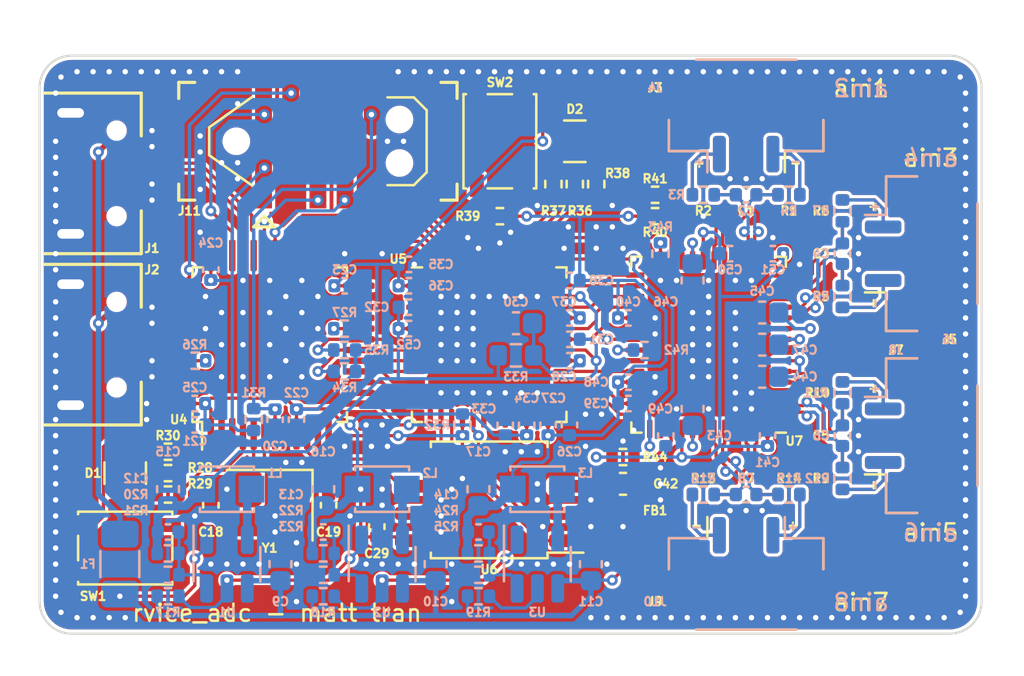
<source format=kicad_pcb>
(kicad_pcb (version 20240108) (generator "pcbnew") (generator_version "8.0")
  (layers (0 "F.Cu" signal) (31 "B.Cu" signal) (34 "B.Paste" user) (35 "F.Paste" user) (36 "B.SilkS" user "B.Silkscreen") (37 "F.SilkS" user "F.Silkscreen") (38 "B.Mask" user) (39 "F.Mask" user) (44 "Edge.Cuts" user))
  (net 0 "")
  (net 1 "/a1.in+")
  (net 2 "/a1.in-")
  (net 3 "/a2.in+")
  (net 4 "/a2.in-")
  (net 5 "/a3.in+")
  (net 6 "/a3.in-")
  (net 7 "/a4.in+")
  (net 8 "/a4.in-")
  (net 9 "/a5.in+")
  (net 10 "/a5.in-")
  (net 11 "/a6.in+")
  (net 12 "/a6.in-")
  (net 13 "/a7.in+")
  (net 14 "/a7.in-")
  (net 15 "/a8.in+")
  (net 16 "/a8.in-")
  (net 17 "+5V")
  (net 18 "GND")
  (net 19 "+1V2")
  (net 20 "Net-(U1-FB)")
  (net 21 "+3V3")
  (net 22 "Net-(U2-FB)")
  (net 23 "+2V5")
  (net 24 "Net-(U3-FB)")
  (net 25 "/micro/x1")
  (net 26 "/micro/x2")
  (net 27 "/micro/~{rst}")
  (net 28 "/fpga/vccpll")
  (net 29 "/adc/vdd")
  (net 30 "Net-(U7-REFOUT4)")
  (net 31 "Net-(U7-REFOUT3)")
  (net 32 "Net-(U7-REFOUT2)")
  (net 33 "Net-(U7-REFOUT1)")
  (net 34 "Net-(U7-REF)")
  (net 35 "Net-(D1-RK)")
  (net 36 "Net-(D1-BK)")
  (net 37 "Net-(D1-GK)")
  (net 38 "Net-(D2-RK)")
  (net 39 "Net-(D2-BK)")
  (net 40 "Net-(D2-GK)")
  (net 41 "/vbus")
  (net 42 "/micro/usb1.d-")
  (net 43 "/micro/usb1.d+")
  (net 45 "/micro/usb2.d-")
  (net 46 "/micro/usb2.d+")
  (net 48 "Net-(J3-Pin_1)")
  (net 49 "Net-(J3-Pin_3)")
  (net 50 "Net-(J4-Pin_1)")
  (net 51 "Net-(J4-Pin_3)")
  (net 52 "Net-(J5-Pin_1)")
  (net 53 "Net-(J5-Pin_3)")
  (net 54 "Net-(J6-Pin_1)")
  (net 55 "Net-(J6-Pin_3)")
  (net 56 "Net-(J7-Pin_1)")
  (net 57 "Net-(J7-Pin_3)")
  (net 58 "Net-(J8-Pin_1)")
  (net 59 "Net-(J8-Pin_3)")
  (net 60 "Net-(J9-Pin_1)")
  (net 61 "Net-(J9-Pin_3)")
  (net 62 "Net-(J10-Pin_1)")
  (net 63 "Net-(J10-Pin_3)")
  (net 64 "/micro/rx")
  (net 65 "/micro/tx")
  (net 67 "/micro/swclk")
  (net 68 "/micro/swdio")
  (net 69 "Net-(U1-LX)")
  (net 70 "Net-(U2-LX)")
  (net 71 "Net-(U3-LX)")
  (net 72 "/power/pg_1v2")
  (net 73 "/power/pg_3v3")
  (net 74 "/power/pg_2v5")
  (net 75 "/micro/boot0")
  (net 76 "/micro/boot1")
  (net 77 "/micro/led_b")
  (net 78 "/micro/led_g")
  (net 79 "/micro/led_r")
  (net 80 "/fpga/flash.cs")
  (net 81 "/fpga/creset")
  (net 82 "/fpga/cdone")
  (net 83 "/fpga/led_b")
  (net 84 "/fpga/led_g")
  (net 85 "/fpga/led_r")
  (net 86 "/fpga/btn1")
  (net 87 "Net-(U7-~{SDR}{slash}DDR)")
  (net 88 "Net-(U7-~{CLKOUTEN}{slash}CLKOUT-)")
  (net 89 "Net-(U7-~{CMOS}{slash}LVDS)")
  (net 90 "Net-(U7-REFBUFEN)")
  (net 91 "/micro/btn1")
  (net 95 "/fpga/flash.mosi")
  (net 96 "/fpga/flash.miso")
  (net 97 "/fpga/flash.sck")
  (net 100 "/fpga/spi2.cs")
  (net 101 "/fpga/spi2.sck")
  (net 102 "/fpga/spi2.miso")
  (net 103 "/fpga/spi2.mosi")
  (net 104 "/fpga/clk")
  (net 105 "/fpga/spi1.cs")
  (net 106 "/fpga/spi1.sck")
  (net 107 "/fpga/spi1.miso")
  (net 108 "/fpga/spi1.mosi")
  (net 116 "/adc/sdo1")
  (net 117 "/adc/sdo2")
  (net 118 "/adc/sdo3")
  (net 119 "/adc/sdo4")
  (net 120 "/adc/sdo5")
  (net 121 "/adc/sdo6")
  (net 122 "/adc/sdo7")
  (net 123 "/adc/sdo8")
  (net 124 "/adc/clkout")
  (net 125 "/adc/~{cnv}")
  (net 126 "/adc/clkin")
  (footprint "Resistor_SMD:R_0402_1005Metric" (layer "F.Cu") (at 153 102.5 90)
    (property "Reference" "R37")
    (property "Value" "0")
  )
  (footprint "Button_Switch_SMD:SW_SPST_PTS810" (layer "F.Cu") (at 150.5 100.5 -90)
    (property "Reference" "SW2")
    (property "Value" "btn1")
  )
  (footprint "Resistor_SMD:R_0402_1005Metric" (layer "F.Cu") (at 135 115 180)
    (property "Reference" "R30")
    (property "Value" "220")
  )
  (footprint "Resistor_SMD:R_0402_1005Metric" (layer "F.Cu") (at 135 117 180)
    (property "Reference" "R29")
    (property "Value" "220")
  )
  (footprint "Package_QFP:LQFP-48_7x7mm_P0.5mm" (layer "F.Cu") (at 139.75 110 90)
    (property "Reference" "U4")
    (property "Value" "CH32V203CxTx")
  )
  (footprint "Resistor_SMD:R_0402_1005Metric" (layer "F.Cu") (at 166.5 112.25 90)
    (property "Reference" "R10")
    (property "Value" "2k2")
  )
  (footprint "Capacitor_SMD:C_0402_1005Metric" (layer "F.Cu") (at 162 117)
    (property "Reference" "C7")
    (property "Value" "20p")
  )
  (footprint "Connector_JST:JST_GH_SM03B-GHS-TB_1x03-1MP_P1.25mm_Horizontal" (layer "F.Cu") (at 170.25 114.25 90)
    (property "Reference" "J7")
    (property "Value" "ain5")
  )
  (footprint "extraparts:TC2050+Header" (layer "F.Cu") (at 142 100.5)
    (property "Reference" "J11")
    (property "Value" "SWD/UART")
  )
  (footprint "Capacitor_SMD:C_0603_1608Metric" (layer "F.Cu") (at 156.25 116.5)
    (property "Reference" "C42")
    (property "Value" "10u")
  )
  (footprint "Resistor_SMD:R_0402_1005Metric" (layer "F.Cu") (at 166.5 103.75 90)
    (property "Reference" "R6")
    (property "Value" "2k2")
  )
  (footprint "Crystal:Crystal_SMD_3225-4Pin_3.2x2.5mm" (layer "F.Cu") (at 139.75 117.5 180)
    (property "Reference" "Y1")
    (property "Value" "8MHz")
  )
  (footprint "extraparts:USB_Micro-B_U254-05" (layer "F.Cu") (at 129 102 -90)
    (property "Reference" "J1")
    (property "Value" "USB1")
  )
  (footprint "Capacitor_SMD:C_0402_1005Metric" (layer "F.Cu") (at 166.5 114.25 90)
    (property "Reference" "C5")
    (property "Value" "20p")
  )
  (footprint "Resistor_SMD:R_0402_1005Metric" (layer "F.Cu") (at 166.5 116.25 -90)
    (property "Reference" "R9")
    (property "Value" "2k2")
  )
  (footprint "Capacitor_SMD:C_0402_1005Metric" (layer "F.Cu") (at 144.75 118.5 -90)
    (property "Reference" "C29")
    (property "Value" "100n")
  )
  (footprint "Resistor_SMD:R_0402_1005Metric" (layer "F.Cu") (at 150.5 104 180)
    (property "Reference" "R39")
    (property "Value" "10k")
  )
  (footprint "Connector_JST:JST_GH_SM03B-GHS-TB_1x03-1MP_P1.25mm_Horizontal" (layer "F.Cu") (at 162 120.75)
    (property "Reference" "J9")
    (property "Value" "ain7")
  )
  (footprint "Resistor_SMD:R_0402_1005Metric" (layer "F.Cu") (at 157.75 104)
    (property "Reference" "R40")
    (property "Value" "10k")
  )
  (footprint "Capacitor_SMD:C_0402_1005Metric" (layer "F.Cu") (at 142.5 117.5 90)
    (property "Reference" "C19")
    (property "Value" "20p")
  )
  (footprint "Resistor_SMD:R_0402_1005Metric" (layer "F.Cu") (at 157.75 103 180)
    (property "Reference" "R41")
    (property "Value" "10k")
  )
  (footprint "Package_DFN_QFN:QFN-48-1EP_7x7mm_P0.5mm_EP5.6x5.6mm" (layer "F.Cu") (at 150 110)
    (property "Reference" "U5")
    (property "Value" "ICE5LP1K-SG48")
  )
  (footprint "Connector_JST:JST_GH_SM03B-GHS-TB_1x03-1MP_P1.25mm_Horizontal" (layer "F.Cu") (at 162 99.25 180)
    (property "Reference" "J3")
    (property "Value" "ain1")
  )
  (footprint "extraparts:USB_Micro-B_U254-05" (layer "F.Cu") (at 129 110 -90)
    (property "Reference" "J2")
    (property "Value" "USB2")
  )
  (footprint "Resistor_SMD:R_0402_1005Metric" (layer "F.Cu") (at 164 103)
    (property "Reference" "R1")
    (property "Value" "2k2")
  )
  (footprint "Capacitor_SMD:C_0402_1005Metric" (layer "F.Cu") (at 166.5 105.75 90)
    (property "Reference" "C3")
    (property "Value" "20p")
  )
  (footprint "Package_DFN_QFN:QFN-52-1EP_7x8mm_P0.5mm_EP5.41x6.45mm" (layer "F.Cu") (at 160.25 110 180)
    (property "Reference" "U7")
    (property "Value" "LTC2320-16")
  )
  (footprint "Resistor_SMD:R_0402_1005Metric" (layer "F.Cu") (at 154 102.5 90)
    (property "Reference" "R36")
    (property "Value" "0")
  )
  (footprint "Resistor_SMD:R_0402_1005Metric" (layer "F.Cu") (at 135 116 180)
    (property "Reference" "R28")
    (property "Value" "220")
  )
  (footprint "Resistor_SMD:R_0402_1005Metric" (layer "F.Cu") (at 155 102.5 90)
    (property "Reference" "R38")
    (property "Value" "0")
  )
  (footprint "Resistor_SMD:R_0402_1005Metric" (layer "F.Cu") (at 164 117)
    (property "Reference" "R14")
    (property "Value" "2k2")
  )
  (footprint "Button_Switch_SMD:SW_SPST_PTS810" (layer "F.Cu") (at 133 119.5 180)
    (property "Reference" "SW1")
    (property "Value" "btn1")
  )
  (footprint "Resistor_SMD:R_Array_Convex_2x0606" (layer "F.Cu") (at 154 100.5 180)
    (property "Reference" "D2")
    (property "Value" "LED_RABG")
  )
  (footprint "Capacitor_SMD:C_0402_1005Metric" (layer "F.Cu") (at 137 117.5 -90)
    (property "Reference" "C18")
    (property "Value" "20p")
  )
  (footprint "Resistor_SMD:R_0402_1005Metric" (layer "F.Cu") (at 156.25 115.25 180)
    (property "Reference" "R44")
    (property "Value" "10k")
  )
  (footprint "Connector_JST:JST_GH_SM03B-GHS-TB_1x03-1MP_P1.25mm_Horizontal" (layer "F.Cu") (at 170.25 105.75 90)
    (property "Reference" "J5")
    (property "Value" "ain3")
  )
  (footprint "Resistor_SMD:R_0402_1005Metric" (layer "F.Cu") (at 166.5 107.75 -90)
    (property "Reference" "R5")
    (property "Value" "2k2")
  )
  (footprint "Inductor_SMD:L_0402_1005Metric" (layer "F.Cu") (at 156.25 117.75)
    (property "Reference" "FB1")
    (property "Value" "FerriteBead_Small")
  )
  (footprint "Capacitor_SMD:C_0402_1005Metric" (layer "F.Cu") (at 162 103 180)
    (property "Reference" "C1")
    (property "Value" "20p")
  )
  (footprint "Resistor_SMD:R_0402_1005Metric" (layer "F.Cu") (at 160 103 180)
    (property "Reference" "R2")
    (property "Value" "2k2")
  )
  (footprint "Resistor_SMD:R_0402_1005Metric" (layer "F.Cu") (at 160 117 180)
    (property "Reference" "R13")
    (property "Value" "2k2")
  )
  (footprint "Package_SO:SOIC-8_5.23x5.23mm_P1.27mm" (layer "F.Cu") (at 150 117.25 180)
    (property "Reference" "U6")
    (property "Value" "W25Q32JVSS")
  )
  (footprint "Resistor_SMD:R_Array_Convex_2x0606" (layer "F.Cu") (at 133 116 -90)
    (property "Reference" "D1")
    (property "Value" "LED_RABG")
  )
  (footprint "Resistor_SMD:R_0402_1005Metric" (layer "B.Cu") (at 135 121.75)
    (property "Reference" "R17")
    (property "Value" "100k")
  )
  (footprint "Resistor_SMD:R_0402_1005Metric" (layer "B.Cu") (at 149.5 119.75)
    (property "Reference" "R24")
    (property "Value" "150k")
  )
  (footprint "Resistor_SMD:R_0402_1005Metric" (layer "B.Cu") (at 166.5 107.75 -90)
    (property "Reference" "R8")
    (property "Value" "2k2")
  )
  (footprint "Capacitor_SMD:C_0603_1608Metric" (layer "B.Cu") (at 149.5 116.75 90)
    (property "Reference" "C17")
    (property "Value" "10u")
  )
  (footprint "Capacitor_SMD:C_0603_1608Metric" (layer "B.Cu") (at 162.75 110 180)
    (property "Reference" "C47")
    (property "Value" "1u")
  )
  (footprint "Resistor_SMD:R_0603_1608Metric" (layer "B.Cu") (at 151.25 110.5)
    (property "Reference" "R33")
    (property "Value" "100")
  )
  (footprint "Resistor_SMD:R_0402_1005Metric" (layer "B.Cu") (at 143.25 111.25 180)
    (property "Reference" "R34")
    (property "Value" "10k")
  )
  (footprint "Capacitor_SMD:C_0603_1608Metric" (layer "B.Cu") (at 154.75 120.25 90)
    (property "Reference" "C11")
    (property "Value" "10u")
  )
  (footprint "Capacitor_SMD:C_0402_1005Metric" (layer "B.Cu") (at 156.5 111.75)
    (property "Reference" "C48")
    (property "Value" "100n")
  )
  (footprint "Resistor_SMD:R_0402_1005Metric" (layer "B.Cu") (at 142.25 119.75)
    (property "Reference" "R22")
    (property "Value" "100k")
  )
  (footprint "Capacitor_SMD:C_0402_1005Metric" (layer "B.Cu") (at 150.75 113.75 90)
    (property "Reference" "C33")
    (property "Value" "4u7")
  )
  (footprint "Capacitor_SMD:C_0402_1005Metric" (layer "B.Cu") (at 163 114.25 90)
    (property "Reference" "C41")
    (property "Value" "100n")
  )
  (footprint "Capacitor_SMD:C_0603_1608Metric" (layer "B.Cu") (at 151.25 109 180)
    (property "Reference" "C30")
    (property "Value" "10u")
  )
  (footprint "Capacitor_SMD:C_0603_1608Metric" (layer "B.Cu") (at 140.25 120.25 90)
    (property "Reference" "C9")
    (property "Value" "10u")
  )
  (footprint "Resistor_SMD:R_0402_1005Metric" (layer "B.Cu") (at 149.5 121.75)
    (property "Reference" "R19")
    (property "Value" "100k")
  )
  (footprint "Capacitor_SMD:C_0402_1005Metric" (layer "B.Cu") (at 153.75 108.75)
    (property "Reference" "C37")
    (property "Value" "100n")
  )
  (footprint "Resistor_SMD:R_0402_1005Metric" (layer "B.Cu") (at 143.25 110.25 180)
    (property "Reference" "R35")
    (property "Value" "10k")
  )
  (footprint "Capacitor_SMD:C_0603_1608Metric" (layer "B.Cu") (at 135 116.75 90)
    (property "Reference" "C15")
    (property "Value" "10u")
  )
  (footprint "Resistor_SMD:R_0402_1005Metric" (layer "B.Cu") (at 166.5 116.25 -90)
    (property "Reference" "R12")
    (property "Value" "2k2")
  )
  (footprint "Inductor_SMD:L_Walsin_WLFM201609x" (layer "B.Cu") (at 145 116.75 180)
    (property "Reference" "L2")
    (property "Value" "2u2")
  )
  (footprint "Connector_JST:JST_GH_SM03B-GHS-TB_1x03-1MP_P1.25mm_Horizontal" (layer "B.Cu") (at 162 120.75 180)
    (property "Reference" "J10")
    (property "Value" "ain8")
  )
  (footprint "Capacitor_SMD:C_0402_1005Metric" (layer "B.Cu") (at 163.25 105.75 180)
    (property "Reference" "C51")
    (property "Value" "100n")
  )
  (footprint "Capacitor_SMD:C_0402_1005Metric" (layer "B.Cu") (at 153.75 109.75 180)
    (property "Reference" "C31")
    (property "Value" "100n")
  )
  (footprint "Capacitor_SMD:C_0603_1608Metric" (layer "B.Cu") (at 159.5 113 90)
    (property "Reference" "C43")
    (property "Value" "10u")
  )
  (footprint "Resistor_SMD:R_0402_1005Metric" (layer "B.Cu") (at 164 117)
    (property "Reference" "R15")
    (property "Value" "2k2")
  )
  (footprint "Capacitor_SMD:C_0402_1005Metric" (layer "B.Cu") (at 158.25 114.25 90)
    (property "Reference" "C49")
    (property "Value" "100n")
  )
  (footprint "Resistor_SMD:R_0402_1005Metric" (layer "B.Cu") (at 136.25 110.75 180)
    (property "Reference" "R26")
    (property "Value" "10k")
  )
  (footprint "Resistor_SMD:R_0402_1005Metric" (layer "B.Cu") (at 142.25 120.75 180)
    (property "Reference" "R23")
    (property "Value" "22k")
  )
  (footprint "Connector_JST:JST_GH_SM03B-GHS-TB_1x03-1MP_P1.25mm_Horizontal" (layer "B.Cu") (at 170.25 105.75 -90)
    (property "Reference" "J6")
    (property "Value" "ain4")
  )
  (footprint "Capacitor_SMD:C_0402_1005Metric" (layer "B.Cu") (at 146.25 107.25 180)
    (property "Reference" "C36")
    (property "Value" "100n")
  )
  (footprint "Capacitor_SMD:C_0402_1005Metric" (layer "B.Cu") (at 153.75 113.75 90)
    (property "Reference" "C26")
    (property "Value" "4u7")
  )
  (footprint "Capacitor_SMD:C_0402_1005Metric" (layer "B.Cu") (at 142.25 118.75)
    (property "Reference" "C13")
    (property "Value" "20p")
  )
  (footprint "Inductor_SMD:L_Walsin_WLFM201609x" (layer "B.Cu") (at 152.25 116.75 180)
    (property "Reference" "L3")
    (property "Value" "2u2")
  )
  (footprint "Resistor_SMD:R_0402_1005Metric" (layer "B.Cu") (at 160 103 180)
    (property "Reference" "R3")
    (property "Value" "2k2")
  )
  (footprint "Resistor_SMD:R_0402_1005Metric" (layer "B.Cu") (at 166.5 103.75 90)
    (property "Reference" "R7")
    (property "Value" "2k2")
  )
  (footprint "Resistor_SMD:R_0402_1005Metric" (layer "B.Cu") (at 160 117 180)
    (property "Reference" "R16")
    (property "Value" "2k2")
  )
  (footprint "Package_TO_SOT_SMD:TSOT-23-6" (layer "B.Cu") (at 137.75 120.25 -90)
    (property "Reference" "U1")
    (property "Value" "AP3401")
  )
  (footprint "Resistor_SMD:R_0402_1005Metric" (layer "B.Cu") (at 157.25 110.25)
    (property "Reference" "R42")
    (property "Value" "10k")
  )
  (footprint "Resistor_SMD:R_0402_1005Metric" (layer "B.Cu") (at 158 105.75 -90)
    (property "Reference" "R43")
    (property "Value" "10k")
  )
  (footprint "Connector_JST:JST_GH_SM03B-GHS-TB_1x03-1MP_P1.25mm_Horizontal" (layer "B.Cu") (at 170.25 114.25 -90)
    (property "Reference" "J8")
    (property "Value" "ain6")
  )
  (footprint "Capacitor_SMD:C_0402_1005Metric" (layer "B.Cu") (at 149.5 118.75)
    (property "Reference" "C14")
    (property "Value" "20p")
  )
  (footprint "Capacitor_SMD:C_0402_1005Metric" (layer "B.Cu") (at 153.75 107 180)
    (property "Reference" "C38")
    (property "Value" "4u7")
  )
  (footprint "Resistor_SMD:R_0402_1005Metric" (layer "B.Cu") (at 135 119.75)
    (property "Reference" "R20")
    (property "Value" "100k")
  )
  (footprint "Capacitor_SMD:C_0402_1005Metric" (layer "B.Cu") (at 146.25 106.25)
    (property "Reference" "C35")
    (property "Value" "4u7")
  )
  (footprint "Capacitor_SMD:C_0402_1005Metric" (layer "B.Cu") (at 162 117 180)
    (property "Reference" "C8")
    (property "Value" "20p")
  )
  (footprint "Package_TO_SOT_SMD:TSOT-23-6" (layer "B.Cu") (at 145 120.25 -90)
    (property "Reference" "U2")
    (property "Value" "AP3401")
  )
  (footprint "Capacitor_SMD:C_0402_1005Metric" (layer "B.Cu") (at 166.5 105.75 -90)
    (property "Reference" "C4")
    (property "Value" "20p")
  )
  (footprint "Capacitor_SMD:C_0402_1005Metric" (layer "B.Cu") (at 162 103)
    (property "Reference" "C2")
    (property "Value" "20p")
  )
  (footprint "Capacitor_SMD:C_0603_1608Metric" (layer "B.Cu") (at 162.75 108.5 180)
    (property "Reference" "C45")
    (property "Value" "10u")
  )
  (footprint "Capacitor_SMD:C_0402_1005Metric" (layer "B.Cu") (at 135 118.75)
    (property "Reference" "C12")
    (property "Value" "20p")
  )
  (footprint "Inductor_SMD:L_Walsin_WLFM201609x" (layer "B.Cu") (at 137.75 116.75 180)
    (property "Reference" "L1")
    (property "Value" "2u2")
  )
  (footprint "Fuse:Fuse_1206_3216Metric" (layer "B.Cu") (at 132.75 120.25 -90)
    (property "Reference" "F1")
    (property "Value" "500mA")
  )
  (footprint "Capacitor_SMD:C_0603_1608Metric" (layer "B.Cu") (at 159.5 107 -90)
    (property "Reference" "C46")
    (property "Value" "10u")
  )
  (footprint "Resistor_SMD:R_0402_1005Metric" (layer "B.Cu") (at 164 103)
    (property "Reference" "R4")
    (property "Value" "2k2")
  )
  (footprint "Capacitor_SMD:C_0402_1005Metric" (layer "B.Cu") (at 136.25 112.75 180)
    (property "Reference" "C25")
    (property "Value" "100n")
  )
  (footprint "Capacitor_SMD:C_0402_1005Metric" (layer "B.Cu") (at 151.75 113.75 -90)
    (property "Reference" "C34")
    (property "Value" "100n")
  )
  (footprint "Capacitor_SMD:C_0402_1005Metric" (layer "B.Cu") (at 146.25 108.25)
    (property "Reference" "C32")
    (property "Value" "4u7")
  )
  (footprint "Capacitor_SMD:C_0402_1005Metric" (layer "B.Cu") (at 161.25 105.75)
    (property "Reference" "C50")
    (property "Value" "100n")
  )
  (footprint "Capacitor_SMD:C_0402_1005Metric" (layer "B.Cu") (at 137 106.5 90)
    (property "Reference" "C24")
    (property "Value" "100n")
  )
  (footprint "Capacitor_SMD:C_0402_1005Metric" (layer "B.Cu") (at 156.5 112.75)
    (property "Reference" "C39")
    (property "Value" "4u7")
  )
  (footprint "Capacitor_SMD:C_0603_1608Metric" (layer "B.Cu") (at 147.5 120.25 90)
    (property "Reference" "C10")
    (property "Value" "10u")
  )
  (footprint "Resistor_SMD:R_0402_1005Metric" (layer "B.Cu") (at 166.5 112.25 90)
    (property "Reference" "R11")
    (property "Value" "2k2")
  )
  (footprint "Connector_JST:JST_GH_SM03B-GHS-TB_1x03-1MP_P1.25mm_Horizontal" (layer "B.Cu") (at 162 99.25)
    (property "Reference" "J4")
    (property "Value" "ain2")
  )
  (footprint "Capacitor_SMD:C_0402_1005Metric" (layer "B.Cu") (at 153.75 110.75 180)
    (property "Reference" "C28")
    (property "Value" "100n")
  )
  (footprint "Capacitor_SMD:C_0402_1005Metric" (layer "B.Cu") (at 156.5 108.75)
    (property "Reference" "C40")
    (property "Value" "100n")
  )
  (footprint "Resistor_SMD:R_0402_1005Metric" (layer "B.Cu") (at 149.5 120.75 180)
    (property "Reference" "R25")
    (property "Value" "47k")
  )
  (footprint "Resistor_SMD:R_0402_1005Metric" (layer "B.Cu") (at 148.75 113.75 -90)
    (property "Reference" "R32")
    (property "Value" "10k")
  )
  (footprint "Capacitor_SMD:C_0402_1005Metric" (layer "B.Cu") (at 136.25 113.75 180)
    (property "Reference" "C21")
    (property "Value" "100n")
  )
  (footprint "Capacitor_SMD:C_0402_1005Metric" (layer "B.Cu") (at 143.25 107.25)
    (property "Reference" "C23")
    (property "Value" "100n")
  )
  (footprint "Capacitor_SMD:C_0603_1608Metric" (layer "B.Cu") (at 142.25 116.75 90)
    (property "Reference" "C16")
    (property "Value" "10u")
  )
  (footprint "Resistor_SMD:R_0402_1005Metric" (layer "B.Cu") (at 143.25 109.25)
    (property "Reference" "R27")
    (property "Value" "10k")
  )
  (footprint "Capacitor_SMD:C_0402_1005Metric" (layer "B.Cu") (at 146.25 109.25)
    (property "Reference" "C52")
    (property "Value" "100n")
  )
  (footprint "Resistor_SMD:R_0402_1005Metric" (layer "B.Cu") (at 142.25 121.75)
    (property "Reference" "R18")
    (property "Value" "100k")
  )
  (footprint "Capacitor_SMD:C_0402_1005Metric" (layer "B.Cu") (at 141 113.5 -90)
    (property "Reference" "C22")
    (property "Value" "100n")
  )
  (footprint "Capacitor_SMD:C_0603_1608Metric" (layer "B.Cu") (at 162.75 111.5 180)
    (property "Reference" "C44")
    (property "Value" "10u")
  )
  (footprint "Resistor_SMD:R_0402_1005Metric" (layer "B.Cu") (at 139 113.5 90)
    (property "Reference" "R31")
    (property "Value" "10k")
  )
  (footprint "Capacitor_SMD:C_0402_1005Metric" (layer "B.Cu") (at 152.75 113.75 -90)
    (property "Reference" "C27")
    (property "Value" "100n")
  )
  (footprint "Resistor_SMD:R_0402_1005Metric" (layer "B.Cu") (at 135 120.75 180)
    (property "Reference" "R21")
    (property "Value" "100k")
  )
  (footprint "Capacitor_SMD:C_0402_1005Metric" (layer "B.Cu") (at 166.5 114.25 -90)
    (property "Reference" "C6")
    (property "Value" "20p")
  )
  (footprint "Package_TO_SOT_SMD:TSOT-23-6" (layer "B.Cu") (at 152.25 120.25 -90)
    (property "Reference" "U3")
    (property "Value" "AP3401")
  )
  (footprint "Capacitor_SMD:C_0402_1005Metric" (layer "B.Cu") (at 140 113.5 -90)
    (property "Reference" "C20")
    (property "Value" "100n")
  )
  (gr_line (start 171.5 96.5) (end 130.5 96.5) (stroke (width 0.1)) (layer "Edge.Cuts"))
  (gr_arc (start 173 122) (mid 172.56066 123.06066) (end 171.5 123.5) (stroke (width 0.1)) (layer "Edge.Cuts"))
  (gr_line (start 130.5 123.5) (end 171.5 123.5) (stroke (width 0.1)) (layer "Edge.Cuts"))
  (gr_arc (start 129 98) (mid 129.43934 96.93934) (end 130.5 96.5) (stroke (width 0.1)) (layer "Edge.Cuts"))
  (gr_line (start 129 98) (end 129 122) (stroke (width 0.1)) (layer "Edge.Cuts"))
  (gr_arc (start 171.5 96.5) (mid 172.56066 96.93934) (end 173 98) (stroke (width 0.1)) (layer "Edge.Cuts"))
  (gr_arc (start 130.5 123.5) (mid 129.43934 123.06066) (end 129 122) (stroke (width 0.1)) (layer "Edge.Cuts"))
  (gr_line (start 173 122) (end 173 98) (stroke (width 0.1)) (layer "Edge.Cuts"))
  (gr_text "ain8" (at 168.75 122.5 0) (layer "B.SilkS") (effects (font (size 0.8 0.8) (thickness 0.12)) (justify left bottom mirror)))
  (gr_text "ain6" (at 172 119.25 0) (layer "B.SilkS") (effects (font (size 0.8 0.8) (thickness 0.12)) (justify left bottom mirror)))
  (gr_text "+" (at 168.25 111.75 90) (layer "B.SilkS") (effects (font (size 0.4 0.4) (thickness 0.1) (bold yes)) (justify left bottom mirror)))
  (gr_text "-" (at 164 101.25 180) (layer "B.SilkS") (effects (font (size 0.4 0.4) (thickness 0.1) (bold yes)) (justify left bottom mirror)))
  (gr_text "+" (at 159.5 101.25 180) (layer "B.SilkS") (effects (font (size 0.4 0.4) (thickness 0.1) (bold yes)) (justify left bottom mirror)))
  (gr_text "ain2" (at 168.75 98.5 0) (layer "B.SilkS") (effects (font (size 0.8 0.8) (thickness 0.12)) (justify left bottom mirror)))
  (gr_text "+" (at 164.5 118.75 0) (layer "B.SilkS") (effects (font (size 0.4 0.4) (thickness 0.1) (bold yes)) (justify left bottom mirror)))
  (gr_text "-" (at 168.25 107.75 90) (layer "B.SilkS") (effects (font (size 0.4 0.4) (thickness 0.1) (bold yes)) (justify left bottom mirror)))
  (gr_text "ain4" (at 172 101.75 0) (layer "B.SilkS") (effects (font (size 0.8 0.8) (thickness 0.12)) (justify left bottom mirror)))
  (gr_text "-" (at 168.25 116.25 90) (layer "B.SilkS") (effects (font (size 0.4 0.4) (thickness 0.1) (bold yes)) (justify left bottom mirror)))
  (gr_text "-" (at 160 118.75 0) (layer "B.SilkS") (effects (font (size 0.4 0.4) (thickness 0.1) (bold yes)) (justify left bottom mirror)))
  (gr_text "+" (at 168.25 103.25 90) (layer "B.SilkS") (effects (font (size 0.4 0.4) (thickness 0.1) (bold yes)) (justify left bottom mirror)))
  (gr_text "-" (at 167.75 116.25 -90) (layer "F.SilkS") (effects (font (size 0.4 0.4) (thickness 0.1) (bold yes)) (justify left bottom)))
  (gr_text "ain1" (at 166 98.5 0) (layer "F.SilkS") (effects (font (size 0.8 0.8) (thickness 0.12)) (justify left bottom)))
  (gr_text "-" (at 160 118.25 180) (layer "F.SilkS") (effects (font (size 0.4 0.4) (thickness 0.1) (bold yes)) (justify left bottom)))
  (gr_text "ain5" (at 169.25 119.25 0) (layer "F.SilkS") (effects (font (size 0.8 0.8) (thickness 0.12)) (justify left bottom)))
  (gr_text "+" (at 167.75 111.75 -90) (layer "F.SilkS") (effects (font (size 0.4 0.4) (thickness 0.1) (bold yes)) (justify left bottom)))
  (gr_text "+" (at 164.5 118.25 180) (layer "F.SilkS") (effects (font (size 0.4 0.4) (thickness 0.1) (bold yes)) (justify left bottom)))
  (gr_text "rvice_adc - matt tran" (at 133.25 123 0) (layer "F.SilkS") (effects (font (size 0.8 0.8) (thickness 0.12)) (justify left bottom)))
  (gr_text "ain7" (at 166 122.5 0) (layer "F.SilkS") (effects (font (size 0.8 0.8) (thickness 0.12)) (justify left bottom)))
  (gr_text "+" (at 159.5 101.75 0) (layer "F.SilkS") (effects (font (size 0.4 0.4) (thickness 0.1) (bold yes)) (justify left bottom)))
  (gr_text "-" (at 167.75 107.75 -90) (layer "F.SilkS") (effects (font (size 0.4 0.4) (thickness 0.1) (bold yes)) (justify left bottom)))
  (gr_text "+" (at 167.75 103.25 -90) (layer "F.SilkS") (effects (font (size 0.4 0.4) (thickness 0.1) (bold yes)) (justify left bottom)))
  (gr_text "-" (at 164 101.75 0) (layer "F.SilkS") (effects (font (size 0.4 0.4) (thickness 0.1) (bold yes)) (justify left bottom)))
  (gr_text "ain3" (at 169.25 101.75 0) (layer "F.SilkS") (effects (font (size 0.8 0.8) (thickness 0.12)) (justify left bottom)))
  (segment (start 161.8476 103.3576) (end 161.8476 103.686872) (width 0.1524) (layer "F.Cu") (net 1))
  (segment (start 160.5 106.0625) (end 160.5 105.406249) (width 0.1524) (layer "F.Cu") (net 1))
  (segment (start 160.5976 105.308649) (end 160.5976 104.329931) (width 0.1524) (layer "F.Cu") (net 1))
  (segment (start 160.5 105.406249) (end 160.5976 105.308649) (width 0.1524) (layer "F.Cu") (net 1))
  (segment (start 161.079931 103.8476) (end 161.686872 103.8476) (width 0.1524) (layer "F.Cu") (net 1))
  (segment (start 160.51 103) (end 161.52 103) (width 0.1524) (layer "F.Cu") (net 1))
  (segment (start 161.52 103) (end 161.52 103.03) (width 0.1524) (layer "F.Cu") (net 1))
  (segment (start 161.52 103.03) (end 161.8476 103.3576) (width 0.1524) (layer "F.Cu") (net 1))
  (segment (start 160.5976 104.329931) (end 161.079931 103.8476) (width 0.1524) (layer "F.Cu") (net 1))
  (segment (start 161.8476 103.686872) (end 161.686872 103.8476) (width 0.1524) (layer "F.Cu") (net 1))
  (segment (start 162.48 103.03) (end 162.1524 103.3576) (width 0.1524) (layer "F.Cu") (net 2))
  (segment (start 161.206187 104.1524) (end 161.813128 104.1524) (width 0.1524) (layer "F.Cu") (net 2))
  (segment (start 161 106.0625) (end 161 105.406249) (width 0.1524) (layer "F.Cu") (net 2))
  (segment (start 161 105.406249) (end 160.9024 105.308649) (width 0.1524) (layer "F.Cu") (net 2))
  (segment (start 160.9024 105.308649) (end 160.9024 104.456187) (width 0.1524) (layer "F.Cu") (net 2))
  (segment (start 160.9024 104.456187) (end 161.206187 104.1524) (width 0.1524) (layer "F.Cu") (net 2))
  (segment (start 162.48 103) (end 162.48 103.03) (width 0.1524) (layer "F.Cu") (net 2))
  (segment (start 162.1524 103.813128) (end 161.813128 104.1524) (width 0.1524) (layer "F.Cu") (net 2))
  (segment (start 162.1524 103.3576) (end 162.1524 103.813128) (width 0.1524) (layer "F.Cu") (net 2))
  (segment (start 162.48 103) (end 163.49 103) (width 0.1524) (layer "F.Cu") (net 2))
  (segment (start 162.097599 104.89985) (end 161.9198 104.722051) (width 0.1524) (layer "F.Cu") (net 3))
  (segment (start 162 106.0625) (end 162 105.406249) (width 0.1524) (layer "F.Cu") (net 3))
  (segment (start 162 105.406249) (end 162.097599 105.308648) (width 0.1524) (layer "F.Cu") (net 3))
  (segment (start 162.097599 105.308648) (end 162.097599 104.89985) (width 0.1524) (layer "F.Cu") (net 3))
  (via (at 161.9198 104.722051) (size 0.508) (drill 0.254) (layers "F.Cu" "B.Cu") (net 3))
  (segment (start 162.097599 104.544252) (end 161.9198 104.722051) (width 0.1524) (layer "B.Cu") (net 3))
  (segment (start 162.097599 104.063127) (end 162.097599 104.544252) (width 0.1524) (layer "B.Cu") (net 3))
  (segment (start 161.8476 103.3576) (end 161.8476 103.813128) (width 0.1524) (layer "B.Cu") (net 3))
  (segment (start 161.52 103.03) (end 161.8476 103.3576) (width 0.1524) (layer "B.Cu") (net 3))
  (segment (start 161.52 103) (end 161.52 103.03) (width 0.1524) (layer "B.Cu") (net 3))
  (segment (start 161.8476 103.813128) (end 162.097599 104.063127) (width 0.1524) (layer "B.Cu") (net 3))
  (segment (start 161.52 103) (end 160.51 103) (width 0.1524) (layer "B.Cu") (net 3))
  (segment (start 162.402401 105.308648) (end 162.402401 104.89985) (width 0.1524) (layer "F.Cu") (net 4))
  (segment (start 162.5 105.406249) (end 162.402401 105.308648) (width 0.1524) (layer "F.Cu") (net 4))
  (segment (start 162.5 106.0625) (end 162.5 105.406249) (width 0.1524) (layer "F.Cu") (net 4))
  (segment (start 162.402401 104.89985) (end 162.5802 104.722051) (width 0.1524) (layer "F.Cu") (net 4))
  (via (at 162.5802 104.722051) (size 0.508) (drill 0.254) (layers "F.Cu" "B.Cu") (net 4))
  (segment (start 162.1524 103.3576) (end 162.1524 103.686872) (width 0.1524) (layer "B.Cu") (net 4))
  (segment (start 162.48 103) (end 163.49 103) (width 0.1524) (layer "B.Cu") (net 4))
  (segment (start 162.48 103.03) (end 162.1524 103.3576) (width 0.1524) (layer "B.Cu") (net 4))
  (segment (start 162.1524 103.686872) (end 162.402401 103.936873) (width 0.1524) (layer "B.Cu") (net 4))
  (segment (start 162.402401 103.936873) (end 162.402401 104.544252) (width 0.1524) (layer "B.Cu") (net 4))
  (segment (start 162.48 103) (end 162.48 103.03) (width 0.1524) (layer "B.Cu") (net 4))
  (segment (start 162.402401 104.544252) (end 162.5802 104.722051) (width 0.1524) (layer "B.Cu") (net 4))
  (segment (start 164.343751 106.75) (end 164.441351 106.8476) (width 0.1524) (layer "F.Cu") (net 5))
  (segment (start 166.1424 105.5976) (end 165.686872 105.5976) (width 0.1524) (layer "F.Cu") (net 5))
  (segment (start 163.6875 106.75) (end 164.343751 106.75) (width 0.1524) (layer "F.Cu") (net 5))
  (segment (start 166.5 105.27) (end 166.47 105.27) (width 0.1524) (layer "F.Cu") (net 5))
  (segment (start 165.0976 106.186872) (end 165.686872 105.5976) (width 0.1524) (layer "F.Cu") (net 5))
  (segment (start 164.441351 106.8476) (end 164.936872 106.8476) (width 0.1524) (layer "F.Cu") (net 5))
  (segment (start 165.0976 106.686872) (end 165.0976 106.186872) (width 0.1524) (layer "F.Cu") (net 5))
  (segment (start 164.936872 106.8476) (end 165.0976 106.686872) (width 0.1524) (layer "F.Cu") (net 5))
  (segment (start 166.5 105.27) (end 166.5 104.26) (width 0.1524) (layer "F.Cu") (net 5))
  (segment (start 166.47 105.27) (end 166.1424 105.5976) (width 0.1524) (layer "F.Cu") (net 5))
  (segment (start 165.063128 107.1524) (end 165.4024 106.813128) (width 0.1524) (layer "F.Cu") (net 6))
  (segment (start 166.1424 105.9024) (end 165.813128 105.9024) (width 0.1524) (layer "F.Cu") (net 6))
  (segment (start 165.4024 106.813128) (end 165.4024 106.313128) (width 0.1524) (layer "F.Cu") (net 6))
  (segment (start 164.441351 107.1524) (end 165.063128 107.1524) (width 0.1524) (layer "F.Cu") (net 6))
  (segment (start 164.343751 107.25) (end 164.441351 107.1524) (width 0.1524) (layer "F.Cu") (net 6))
  (segment (start 166.5 106.23) (end 166.47 106.23) (width 0.1524) (layer "F.Cu") (net 6))
  (segment (start 165.4024 106.313128) (end 165.813128 105.9024) (width 0.1524) (layer "F.Cu") (net 6))
  (segment (start 166.47 106.23) (end 166.1424 105.9024) (width 0.1524) (layer "F.Cu") (net 6))
  (segment (start 166.5 106.23) (end 166.5 107.24) (width 0.1524) (layer "F.Cu") (net 6))
  (segment (start 163.6875 107.25) (end 164.343751 107.25) (width 0.1524) (layer "F.Cu") (net 6))
  (segment (start 164.343751 108.25) (end 164.441351 108.3476) (width 0.1524) (layer "F.Cu") (net 7))
  (segment (start 164.483754 108.3476) (end 164.770331 108.061023) (width 0.1524) (layer "F.Cu") (net 7))
  (segment (start 163.6875 108.25) (end 164.343751 108.25) (width 0.1524) (layer "F.Cu") (net 7))
  (segment (start 164.770331 108.061023) (end 164.770331 107.809576) (width 0.1524) (layer "F.Cu") (net 7))
  (segment (start 164.441351 108.3476) (end 164.483754 108.3476) (width 0.1524) (layer "F.Cu") (net 7))
  (via (at 164.770331 107.809576) (size 0.508) (drill 0.254) (layers "F.Cu" "B.Cu") (net 7))
  (segment (start 165.686872 105.5976) (end 166.1424 105.5976) (width 0.1524) (layer "B.Cu") (net 7))
  (segment (start 166.47 105.27) (end 166.5 105.27) (width 0.1524) (layer "B.Cu") (net 7))
  (segment (start 164.770331 107.809576) (end 165.021778 107.809576) (width 0.1524) (layer "B.Cu") (net 7))
  (segment (start 165.021778 107.809576) (end 165.3476 107.483754) (width 0.1524) (layer "B.Cu") (net 7))
  (segment (start 166.1424 105.5976) (end 166.47 105.27) (width 0.1524) (layer "B.Cu") (net 7))
  (segment (start 165.3476 105.936872) (end 165.686872 105.5976) (width 0.1524) (layer "B.Cu") (net 7))
  (segment (start 166.5 104.26) (end 166.5 105.27) (width 0.1524) (layer "B.Cu") (net 7))
  (segment (start 165.3476 107.483754) (end 165.3476 105.936872) (width 0.1524) (layer "B.Cu") (net 7))
  (segment (start 164.985858 108.27655) (end 165.237305 108.27655) (width 0.1524) (layer "F.Cu") (net 8))
  (segment (start 164.343751 108.75) (end 164.441351 108.6524) (width 0.1524) (layer "F.Cu") (net 8))
  (segment (start 164.610008 108.6524) (end 164.985858 108.27655) (width 0.1524) (layer "F.Cu") (net 8))
  (segment (start 163.6875 108.75) (end 164.343751 108.75) (width 0.1524) (layer "F.Cu") (net 8))
  (segment (start 164.441351 108.6524) (end 164.610008 108.6524) (width 0.1524) (layer "F.Cu") (net 8))
  (via (at 165.237305 108.27655) (size 0.508) (drill 0.254) (layers "F.Cu" "B.Cu") (net 8))
  (segment (start 166.47 106.23) (end 166.5 106.23) (width 0.1524) (layer "B.Cu") (net 8))
  (segment (start 165.6524 107.610008) (end 165.6524 106.063128) (width 0.1524) (layer "B.Cu") (net 8))
  (segment (start 166.1424 105.9024) (end 166.47 106.23) (width 0.1524) (layer "B.Cu") (net 8))
  (segment (start 165.237305 108.025103) (end 165.6524 107.610008) (width 0.1524) (layer "B.Cu") (net 8))
  (segment (start 166.5 107.24) (end 166.5 106.23) (width 0.1524) (layer "B.Cu") (net 8))
  (segment (start 165.813128 105.9024) (end 166.1424 105.9024) (width 0.1524) (layer "B.Cu") (net 8))
  (segment (start 165.6524 106.063128) (end 165.813128 105.9024) (width 0.1524) (layer "B.Cu") (net 8))
  (segment (start 165.237305 108.27655) (end 165.237305 108.025103) (width 0.1524) (layer "B.Cu") (net 8))
  (segment (start 163.6875 111.25) (end 164.343751 111.25) (width 0.1524) (layer "F.Cu") (net 9))
  (segment (start 166.1424 114.0976) (end 166.024966 114.0976) (width 0.1524) (layer "F.Cu") (net 9))
  (segment (start 166.47 113.77) (end 166.1424 114.0976) (width 0.1524) (layer "F.Cu") (net 9))
  (segment (start 164.441351 111.3476) (end 165.313128 111.3476) (width 0.1524) (layer "F.Cu") (net 9))
  (segment (start 166.5 113.77) (end 166.47 113.77) (width 0.1524) (layer "F.Cu") (net 9))
  (segment (start 165.313128 111.3476) (end 165.9024 111.936872) (width 0.1524) (layer "F.Cu") (net 9))
  (segment (start 166.024966 114.0976) (end 165.9024 113.975034) (width 0.1524) (layer "F.Cu") (net 9))
  (segment (start 166.5 113.77) (end 166.5 112.76) (width 0.1524) (layer "F.Cu") (net 9))
  (segment (start 164.343751 111.25) (end 164.441351 111.3476) (width 0.1524) (layer "F.Cu") (net 9))
  (segment (start 165.9024 111.936872) (end 165.9024 113.975034) (width 0.1524) (layer "F.Cu") (net 9))
  (segment (start 165.5976 112.063128) (end 165.5976 114.10129) (width 0.1524) (layer "F.Cu") (net 10))
  (segment (start 166.5 114.73) (end 166.5 115.74) (width 0.1524) (layer "F.Cu") (net 10))
  (segment (start 166.5 114.73) (end 166.47 114.73) (width 0.1524) (layer "F.Cu") (net 10))
  (segment (start 165.89871 114.4024) (end 165.5976 114.10129) (width 0.1524) (layer "F.Cu") (net 10))
  (segment (start 166.1424 114.4024) (end 165.89871 114.4024) (width 0.1524) (layer "F.Cu") (net 10))
  (segment (start 164.343751 111.75) (end 164.441351 111.6524) (width 0.1524) (layer "F.Cu") (net 10))
  (segment (start 164.441351 111.6524) (end 165.186872 111.6524) (width 0.1524) (layer "F.Cu") (net 10))
  (segment (start 166.47 114.73) (end 166.1424 114.4024) (width 0.1524) (layer "F.Cu") (net 10))
  (segment (start 163.6875 111.75) (end 164.343751 111.75) (width 0.1524) (layer "F.Cu") (net 10))
  (segment (start 165.186872 111.6524) (end 165.5976 112.063128) (width 0.1524) (layer "F.Cu") (net 10))
  (segment (start 164.441352 112.847599) (end 164.662764 112.847599) (width 0.1524) (layer "F.Cu") (net 11))
  (segment (start 163.6875 112.75) (end 164.343751 112.75) (width 0.1524) (layer "F.Cu") (net 11))
  (segment (start 164.343751 112.75) (end 164.441352 112.847599) (width 0.1524) (layer "F.Cu") (net 11))
  (segment (start 164.662764 112.847599) (end 164.840563 112.6698) (width 0.1524) (layer "F.Cu") (net 11))
  (via (at 164.840563 112.6698) (size 0.508) (drill 0.254) (layers "F.Cu" "B.Cu") (net 11))
  (segment (start 166.5 112.76) (end 166.5 113.77) (width 0.1524) (layer "B.Cu") (net 11))
  (segment (start 164.840563 112.6698) (end 165.018362 112.847599) (width 0.1524) (layer "B.Cu") (net 11))
  (segment (start 166.47 113.77) (end 166.1424 114.0976) (width 0.1524) (layer "B.Cu") (net 11))
  (segment (start 166.5 113.77) (end 166.47 113.77) (width 0.1524) (layer "B.Cu") (net 11))
  (segment (start 165.807556 114.0976) (end 166.1424 114.0976) (width 0.1524) (layer "B.Cu") (net 11))
  (segment (start 165.313127 112.847599) (end 165.6524 113.186872) (width 0.1524) (layer "B.Cu") (net 11))
  (segment (start 165.018362 112.847599) (end 165.313127 112.847599) (width 0.1524) (layer "B.Cu") (net 11))
  (segment (start 165.6524 113.186872) (end 165.6524 113.942444) (width 0.1524) (layer "B.Cu") (net 11))
  (segment (start 165.6524 113.942444) (end 165.807556 114.0976) (width 0.1524) (layer "B.Cu") (net 11))
  (segment (start 163.6875 113.25) (end 164.343751 113.25) (width 0.1524) (layer "F.Cu") (net 12))
  (segment (start 164.441352 113.152401) (end 164.662764 113.152401) (width 0.1524) (layer "F.Cu") (net 12))
  (segment (start 164.662764 113.152401) (end 164.840563 113.3302) (width 0.1524) (layer "F.Cu") (net 12))
  (segment (start 164.343751 113.25) (end 164.441352 113.152401) (width 0.1524) (layer "F.Cu") (net 12))
  (via (at 164.840563 113.3302) (size 0.508) (drill 0.254) (layers "F.Cu" "B.Cu") (net 12))
  (segment (start 165.3476 113.313128) (end 165.3476 114.0687) (width 0.1524) (layer "B.Cu") (net 12))
  (segment (start 165.3476 114.0687) (end 165.6813 114.4024) (width 0.1524) (layer "B.Cu") (net 12))
  (segment (start 166.5 115.74) (end 166.5 114.73) (width 0.1524) (layer "B.Cu") (net 12))
  (segment (start 166.47 114.73) (end 166.1424 114.4024) (width 0.1524) (layer "B.Cu") (net 12))
  (segment (start 165.186873 113.152401) (end 165.3476 113.313128) (width 0.1524) (layer "B.Cu") (net 12))
  (segment (start 165.018362 113.152401) (end 165.186873 113.152401) (width 0.1524) (layer "B.Cu") (net 12))
  (segment (start 164.840563 113.3302) (end 165.018362 113.152401) (width 0.1524) (layer "B.Cu") (net 12))
  (segment (start 165.6813 114.4024) (end 166.1424 114.4024) (width 0.1524) (layer "B.Cu") (net 12))
  (segment (start 166.5 114.73) (end 166.47 114.73) (width 0.1524) (layer "B.Cu") (net 12))
  (segment (start 162.48 117) (end 163.49 117) (width 0.1524) (layer "F.Cu") (net 13))
  (segment (start 162.1524 116.6424) (end 162.1524 116.063128) (width 0.1524) (layer "F.Cu") (net 13))
  (segment (start 162.5 114.593751) (end 162.4024 114.691351) (width 0.1524) (layer "F.Cu") (net 13))
  (segment (start 162.1524 116.063128) (end 162.4024 115.813128) (width 0.1524) (layer "F.Cu") (net 13))
  (segment (start 162.48 117) (end 162.48 116.97) (width 0.1524) (layer "F.Cu") (net 13))
  (segment (start 162.48 116.97) (end 162.1524 116.6424) (width 0.1524) (layer "F.Cu") (net 13))
  (segment (start 162.5 113.9375) (end 162.5 114.593751) (width 0.1524) (layer "F.Cu") (net 13))
  (segment (start 162.4024 115.813128) (end 162.4024 114.691351) (width 0.1524) (layer "F.Cu") (net 13))
  (segment (start 161.52 117) (end 160.51 117) (width 0.1524) (layer "F.Cu") (net 14))
  (segment (start 161.8476 115.936872) (end 162.0976 115.686872) (width 0.1524) (layer "F.Cu") (net 14))
  (segment (start 162.0976 115.686872) (end 162.0976 114.691351) (width 0.1524) (layer "F.Cu") (net 14))
  (segment (start 162 113.9375) (end 162 114.593751) (width 0.1524) (layer "F.Cu") (net 14))
  (segment (start 162 114.593751) (end 162.0976 114.691351) (width 0.1524) (layer "F.Cu") (net 14))
  (segment (start 161.52 117) (end 161.52 116.97) (width 0.1524) (layer "F.Cu") (net 14))
  (segment (start 161.52 116.97) (end 161.8476 116.6424) (width 0.1524) (layer "F.Cu") (net 14))
  (segment (start 161.8476 116.6424) (end 161.8476 115.936872) (width 0.1524) (layer "F.Cu") (net 14))
  (segment (start 161.260782 115.451197) (end 161.512229 115.451197) (width 0.1524) (layer "F.Cu") (net 15))
  (segment (start 161 113.9375) (end 161 114.593751) (width 0.1524) (layer "F.Cu") (net 15))
  (segment (start 161 114.593751) (end 160.9024 114.691351) (width 0.1524) (layer "F.Cu") (net 15))
  (segment (start 160.9024 114.691351) (end 160.9024 115.092815) (width 0.1524) (layer "F.Cu") (net 15))
  (segment (start 160.9024 115.092815) (end 161.260782 115.451197) (width 0.1524) (layer "F.Cu") (net 15))
  (via (at 161.512229 115.451197) (size 0.508) (drill 0.254) (layers "F.Cu" "B.Cu") (net 15))
  (segment (start 162.48 117) (end 163.49 117) (width 0.1524) (layer "B.Cu") (net 15))
  (segment (start 162.1524 116.342815) (end 162.1524 116.6424) (width 0.1524) (layer "B.Cu") (net 15))
  (segment (start 162.48 116.97) (end 162.48 117) (width 0.1524) (layer "B.Cu") (net 15))
  (segment (start 162.1524 116.6424) (end 162.48 116.97) (width 0.1524) (layer "B.Cu") (net 15))
  (segment (start 161.512229 115.451197) (end 161.512229 115.702644) (width 0.1524) (layer "B.Cu") (net 15))
  (segment (start 161.512229 115.702644) (end 162.1524 116.342815) (width 0.1524) (layer "B.Cu") (net 15))
  (segment (start 160.5976 114.691351) (end 160.5976 115.219069) (width 0.1524) (layer "F.Cu") (net 16))
  (segment (start 161.045255 115.666724) (end 161.045255 115.918171) (width 0.1524) (layer "F.Cu") (net 16))
  (segment (start 160.5976 115.219069) (end 161.045255 115.666724) (width 0.1524) (layer "F.Cu") (net 16))
  (segment (start 160.5 114.593751) (end 160.5976 114.691351) (width 0.1524) (layer "F.Cu") (net 16))
  (segment (start 160.5 113.9375) (end 160.5 114.593751) (width 0.1524) (layer "F.Cu") (net 16))
  (via (at 161.045255 115.918171) (size 0.508) (drill 0.254) (layers "F.Cu" "B.Cu") (net 16))
  (segment (start 161.52 116.97) (end 161.52 117) (width 0.1524) (layer "B.Cu") (net 16))
  (segment (start 161.8476 116.6424) (end 161.52 116.97) (width 0.1524) (layer "B.Cu") (net 16))
  (segment (start 161.296702 115.918171) (end 161.8476 116.469069) (width 0.1524) (layer "B.Cu") (net 16))
  (segment (start 161.045255 115.918171) (end 161.296702 115.918171) (width 0.1524) (layer "B.Cu") (net 16))
  (segment (start 160.51 117) (end 161.52 117) (width 0.1524) (layer "B.Cu") (net 16))
  (segment (start 161.8476 116.469069) (end 161.8476 116.6424) (width 0.1524) (layer "B.Cu") (net 16))
  (segment (start 136.25 121.25) (end 135.75 121.75) (width 0.1524) (layer "F.Cu") (net 17))
  (segment (start 136.25 120) (end 136.25 121.25) (width 0.1524) (layer "F.Cu") (net 17))
  (segment (start 135.75 121.75) (end 132.75 121.75) (width 0.1524) (layer "F.Cu") (net 17))
  (segment (start 156.735 120.015) (end 155.75 121) (width 0.1524) (layer "F.Cu") (net 17))
  (segment (start 156.735 117.75) (end 156.735 120.015) (width 0.1524) (layer "F.Cu") (net 17))
  (via (at 132.75 121.75) (size 0.508) (drill 0.254) (layers "F.Cu" "B.Cu") (net 17))
  (via (at 136.25 120) (size 0.508) (drill 0.254) (layers "F.Cu" "B.Cu") (net 17))
  (via (at 155.75 121) (size 0.508) (drill 0.254) (layers "F.Cu" "B.Cu") (net 17))
  (segment (start 140.25 122.6542) (end 141.75 122.6542) (width 0.254) (layer "B.Cu") (net 17))
  (segment (start 138.7 121.025) (end 140.25 121.025) (width 0.254) (layer "B.Cu") (net 17))
  (segment (start 149 122.6542) (end 153.8458 122.6542) (width 0.254) (layer "B.Cu") (net 17))
  (segment (start 154.75 121.75) (end 154.75 121.025) (width 0.254) (layer "B.Cu") (net 17))
  (segment (start 138.7 121.3875) (end 138.7 121.025) (width 0.254) (layer "B.Cu") (net 17))
  (segment (start 155.75 121) (end 154.775 121) (width 0.1524) (layer "B.Cu") (net 17))
  (segment (start 140.25 121.025) (end 140.25 122.6542) (width 0.254) (layer "B.Cu") (net 17))
  (segment (start 153.2 121.025) (end 154.75 121.025) (width 0.254) (layer "B.Cu") (net 17))
  (segment (start 145.95 121.3875) (end 145.95 121.025) (width 0.254) (layer "B.Cu") (net 17))
  (segment (start 154.775 121) (end 154.75 121.025) (width 0.1524) (layer "B.Cu") (net 17))
  (segment (start 134.49 122.6442) (end 134.5 122.6542) (width 0.1524) (layer "B.Cu") (net 17))
  (segment (start 134.49 121.75) (end 134.49 122.6442) (width 0.1524) (layer "B.Cu") (net 17))
  (segment (start 148.99 122.6442) (end 149 122.6542) (width 0.1524) (layer "B.Cu") (net 17))
  (segment (start 136.8 119.45) (end 136.25 120) (width 0.1524) (layer "B.Cu") (net 17))
  (segment (start 153.8458 122.6542) (end 154.75 121.75) (width 0.254) (layer "B.Cu") (net 17))
  (segment (start 132.75 121.65) (end 133 121.65) (width 0.254) (layer "B.Cu") (net 17))
  (segment (start 153.2 121.3875) (end 153.2 121.025) (width 0.254) (layer "B.Cu") (net 17))
  (segment (start 134.0042 122.6542) (end 134.5 122.6542) (width 0.254) (layer "B.Cu") (net 17))
  (segment (start 136.8 119.1125) (end 136.8 119.45) (width 0.1524) (layer "B.Cu") (net 17))
  (segment (start 145.95 121.025) (end 147.5 121.025) (width 0.254) (layer "B.Cu") (net 17))
  (segment (start 134.5 122.6542) (end 140.25 122.6542) (width 0.254) (layer "B.Cu") (net 17))
  (segment (start 133 121.65) (end 134.0042 122.6542) (width 0.254) (layer "B.Cu") (net 17))
  (segment (start 141.75 122.6542) (end 147.5 122.6542) (width 0.254) (layer "B.Cu") (net 17))
  (segment (start 147.5 122.6542) (end 149 122.6542) (width 0.254) (layer "B.Cu") (net 17))
  (segment (start 141.74 121.75) (end 141.74 122.6442) (width 0.1524) (layer "B.Cu") (net 17))
  (segment (start 147.5 121.025) (end 147.5 122.6542) (width 0.254) (layer "B.Cu") (net 17))
  (segment (start 141.74 122.6442) (end 141.75 122.6542) (width 0.1524) (layer "B.Cu") (net 17))
  (segment (start 148.99 121.75) (end 148.99 122.6442) (width 0.1524) (layer "B.Cu") (net 17))
  (via (at 138.5 120.25) (size 0.508) (drill 0.254) (layers "F.Cu" "B.Cu") (net 18))
  (via (at 130 122.5) (size 0.508) (drill 0.254) (layers "F.Cu" "B.Cu") (net 18))
  (via (at 129.75 121.75) (size 0.508) (drill 0.254) (layers "F.Cu" "B.Cu") (net 18))
  (via (at 145 120.25) (size 0.508) (drill 0.254) (layers "F.Cu" "B.Cu") (net 18))
  (via (at 160.25 110.75) (size 0.508) (drill 0.254) (layers "F.Cu" "B.Cu") (net 18))
  (via (at 137.5 97.25) (size 0.508) (drill 0.254) (layers "F.Cu" "B.Cu") (net 18))
  (via (at 167.25 105.75) (size 0.508) (drill 0.254) (layers "F.Cu" "B.Cu") (net 18))
  (via (at 152.25 120.25) (size 0.508) (drill 0.254) (layers "F.Cu" "B.Cu") (net 18))
  (via (at 136.5 101) (size 0.508) (drill 0.254) (layers "F.Cu" "B.Cu") (net 18))
  (via (at 139.75 110) (size 0.508) (drill 0.254) (layers "F.Cu" "B.Cu") (net 18))
  (via (at 129.75 110.5) (size 0.508) (drill 0.254) (layers "F.Cu" "B.Cu") (net 18))
  (via (at 145.25 114.75) (size 0.508) (drill 0.254) (layers "F.Cu" "B.Cu") (net 18))
  (via (at 160 122.75) (size 0.508) (drill 0.254) (layers "F.Cu" "B.Cu") (net 18))
  (via (at 156.75 114) (size 0.508) (drill 0.254) (layers "F.Cu" "B.Cu") (net 18))
  (via (at 169.75 122.75) (size 0.508) (drill 0.254) (layers "F.Cu" "B.Cu") (net 18))
  (via (at 129.75 111.25) (size 0.508) (drill 0.254) (layers "F.Cu" "B.Cu") (net 18))
  (via (at 155.75 104.5) (size 0.508) (drill 0.254) (layers "F.Cu" "B.Cu") (net 18))
  (via (at 134.25 103.25) (size 0.508) (drill 0.254) (layers "F.Cu" "B.Cu") (net 18))
  (via (at 171.25 97.25) (size 0.508) (drill 0.254) (layers "F.Cu" "B.Cu") (net 18))
  (via (at 149.25 107.75) (size 0.508) (drill 0.254) (layers "F.Cu" "B.Cu") (net 18))
  (via (at 172.25 110.5) (size 0.508) (drill 0.254) (layers "F.Cu" "B.Cu") (net 18))
  (via (at 150 107.75) (size 0.508) (drill 0.254) (layers "F.Cu" "B.Cu") (net 18))
  (via (at 158 107) (size 0.508) (drill 0.254) (layers "F.Cu" "B.Cu") (net 18))
  (via (at 140 118) (size 0.508) (drill 0.254) (layers "F.Cu" "B.Cu") (net 18))
  (via (at 151 97.25) (size 0.508) (drill 0.254) (layers "F.Cu" "B.Cu") (net 18))
  (via (at 129.75 119.5) (size 0.508) (drill 0.254) (layers "F.Cu" "B.Cu") (net 18))
  (via (at 144.25 113.75) (size 0.508) (drill 0.254) (layers "F.Cu" "B.Cu") (net 18))
  (via (at 147.75 110) (size 0.508) (drill 0.254) (layers "F.Cu" "B.Cu") (net 18))
  (via (at 146.5 106.25) (size 0.508) (drill 0.254) (layers "F.Cu" "B.Cu") (net 18))
  (via (at 134.25 109) (size 0.508) (drill 0.254) (layers "F.Cu" "B.Cu") (net 18))
  (via (at 159.25 97.25) (size 0.508) (drill 0.254) (layers "F.Cu" "B.Cu") (net 18))
  (via (at 138.5 110) (size 0.508) (drill 0.254) (layers "F.Cu" "B.Cu") (net 18))
  (via (at 129.75 113.5) (size 0.508) (drill 0.254) (layers "F.Cu" "B.Cu") (net 18))
  (via (at 143.25 105.75) (size 0.508) (drill 0.254) (layers "F.Cu" "B.Cu") (net 18))
  (via (at 142 109.25) (size 0.508) (drill 0.254) (layers "F.Cu" "B.Cu") (net 18))
  (via (at 154.75 97.25) (size 0.508) (drill 0.254) (layers "F.Cu" "B.Cu") (net 18))
  (via (at 133 122.75) (size 0.508) (drill 0.254) (layers "F.Cu" "B.Cu") (net 18))
  (via (at 168.25 122.75) (size 0.508) (drill 0.254) (layers "F.Cu" "B.Cu") (net 18))
  (via (at 167.5 97.25) (size 0.508) (drill 0.254) (layers "F.Cu" "B.Cu") (net 18))
  (via (at 136.5 104.75) (size 0.508) (drill 0.254) (layers "F.Cu" "B.Cu") (net 18))
  (via (at 159.5 108.5) (size 0.508) (drill 0.254) (layers "F.Cu" "B.Cu") (net 18))
  (via (at 136.25 118) (size 0.508) (drill 0.254) (layers "F.Cu" "B.Cu") (net 18))
  (via (at 135.25 97.25) (size 0.508) (drill 0.254) (layers "F.Cu" "B.Cu") (net 18))
  (via (at 137 120.25) (size 0.508) (drill 0.254) (layers "F.Cu" "B.Cu") (net 18))
  (via (at 148.25 122) (size 0.508) (drill 0.254) (layers "F.Cu" "B.Cu") (net 18))
  (via (at 138.25 97.25) (size 0.508) (drill 0.254) (layers "F.Cu" "B.Cu") (net 18))
  (via (at 136.75 97.25) (size 0.508) (drill 0.254) (layers "F.Cu" "B.Cu") (net 18))
  (via (at 167.25 114.25) (size 0.508) (drill 0.254) (layers "F.Cu" "B.Cu") (net 18))
  (via (at 167.25 115) (size 0.508) (drill 0.254) (layers "F.Cu" "B.Cu") (net 18))
  (via (at 161.5 107) (size 0.508) (drill 0.254) (layers "F.Cu" "B.Cu") (net 18))
  (via (at 172.25 98.25) (size 0.508) (drill 0.254) (layers "F.Cu" "B.Cu") (net 18))
  (via (at 159.5 110.75) (size 0.508) (drill 0.254) (layers "F.Cu" "B.Cu") (net 18))
  (via (at 129.75 116.5) (size 0.508) (drill 0.254) (layers "F.Cu" "B.Cu") (net 18))
  (via (at 148.5 107.75) (size 0.508) (drill 0.254) (layers "F.Cu" "B.Cu") (net 18))
  (via (at 149.25 108.5) (size 0.508) (drill 0.254) (layers "F.Cu" "B.Cu") (net 18))
  (via (at 151 104.75) (size 0.508) (drill 0.254) (layers "F.Cu" "B.Cu") (net 18))
  (via (at 129.75 109.5) (size 0.508) (drill 0.254) (layers "F.Cu" "B.Cu") (net 18))
  (via (at 150.75 115) (size 0.508) (drill 0.254) (layers "F.Cu" "B.Cu") (net 18))
  (via (at 160 104) (size 0.508) (drill 0.254) (layers "F.Cu" "B.Cu") (net 18))
  (via (at 129.75 121) (size 0.508) (drill 0.254) (layers "F.Cu" "B.Cu") (net 18))
  (via (at 140.5 115.5) (size 0.508) (drill 0.254) (layers "F.Cu" "B.Cu") (net 18))
  (via (at 138.5 107) (size 0.508) (drill 0.254) (layers "F.Cu" "B.Cu") (net 18))
  (via (at 157.75 109.5) (size 0.508) (drill 0.254) (layers "F.Cu" "B.Cu") (net 18))
  (via (at 129.75 120.25) (size 0.508) (drill 0.254) (layers "F.Cu" "B.Cu") (net 18))
  (via (at 153.7 104.5) (size 0.508) (drill 0.254) (layers "F.Cu" "B.Cu") (net 18))
  (via (at 161.5 113) (size 0.508) (drill 0.254) (layers "F.Cu" "B.Cu") (net 18))
  (via (at 151.75 97.25) (size 0.508) (drill 0.254) (layers "F.Cu" "B.Cu") (net 18))
  (via (at 148.5 110) (size 0.508) (drill 0.254) (layers "F.Cu" "B.Cu") (net 18))
  (via (at 149.25 109.25) (size 0.508) (drill 0.254) (layers "F.Cu" "B.Cu") (net 18))
  (via (at 140.5 107.75) (size 0.508) (drill 0.254) (layers "F.Cu" "B.Cu") (net 18))
  (via (at 149.25 112.25) (size 0.508) (drill 0.254) (layers "F.Cu" "B.Cu") (net 18))
  (via (at 129.75 108) (size 0.508) (drill 0.254) (layers "F.Cu" "B.Cu") (net 18))
  (via (at 172.25 121) (size 0.508) (drill 0.254) (layers "F.Cu" "B.Cu") (net 18))
  (via (at 172.25 106.5) (size 0.508) (drill 0.254) (layers "F.Cu" "B.Cu") (net 18))
  (via (at 140.5 110.75) (size 0.508) (drill 0.254) (layers "F.Cu" "B.Cu") (net 18))
  (via (at 158 116.5) (size 0.508) (drill 0.254) (layers "F.Cu" "B.Cu") (net 18))
  (via (at 140 118.75) (size 0.508) (drill 0.254) (layers "F.Cu" "B.Cu") (net 18))
  (via (at 153 120.25) (size 0.508) (drill 0.254) (layers "F.Cu" "B.Cu") (net 18))
  (via (at 157.75 108.75) (size 0.508) (drill 0.254) (layers "F.Cu" "B.Cu") (net 18))
  (via (at 140.5 109.25) (size 0.508) (drill 0.254) (layers "F.Cu" "B.Cu") (net 18))
  (via (at 158.75 113) (size 0.508) (drill 0.254) (layers "F.Cu" "B.Cu") (net 18))
  (via (at 160 97.25) (size 0.508) (drill 0.254) (layers "F.Cu" "B.Cu") (net 18))
  (via (at 132.25 97.25) (size 0.508) (drill 0.254) (layers "F.Cu" "B.Cu") (net 18))
  (via (at 136.75 109.25) (size 0.508) (drill 0.254) (layers "F.Cu" "B.Cu") (net 18))
  (via (at 172.25 112.75) (size 0.508) (drill 0.254) (layers "F.Cu" "B.Cu") (net 18))
  (via (at 159.5 111.5) (size 0.508) (drill 0.254) (layers "F.Cu" "B.Cu") (net 18))
  (via (at 160.25 110) (size 0.508) (drill 0.254) (layers "F.Cu" "B.Cu") (net 18))
  (via (at 146.5 97.25) (size 0.508) (drill 0.254) (layers "F.Cu" "B.Cu") (net 18))
  (via (at 157 97.25) (size 0.508) (drill 0.254) (layers "F.Cu" "B.Cu") (net 18))
  (via (at 160.25 108.5) (size 0.508) (drill 0.254) (layers "F.Cu" "B.Cu") (net 18))
  (via (at 166.75 97.25) (size 0.508) (drill 0.254) (layers "F.Cu" "B.Cu") (net 18))
  (via (at 141.25 111.5) (size 0.508) (drill 0.254) (layers "F.Cu" "B.Cu") (net 18))
  (via (at 150.75 112.25) (size 0.508) (drill 0.254) (layers "F.Cu" "B.Cu") (net 18))
  (via (at 172.25 118.75) (size 0.508) (drill 0.254) (layers "F.Cu" "B.Cu") (net 18))
  (via (at 156.25 97.25) (size 0.508) (drill 0.254) (layers "F.Cu" "B.Cu") (net 18))
  (via (at 164.5 97.25) (size 0.508) (drill 0.254) (layers "F.Cu" "B.Cu") (net 18))
  (via (at 146.5 120.25) (size 0.508) (drill 0.254) (layers "F.Cu" "B.Cu") (net 18))
  (via (at 152.25 103.5) (size 0.508) (drill 0.254) (layers "F.Cu" "B.Cu") (net 18))
  (via (at 129.75 108.75) (size 0.508) (drill 0.254) (layers "F.Cu" "B.Cu") (net 18))
  (via (at 148.5 112.25) (size 0.508) (drill 0.254) (layers "F.Cu" "B.Cu") (net 18))
  (via (at 154.75 122.75) (size 0.508) (drill 0.254) (layers "F.Cu" "B.Cu") (net 18))
  (via (at 154.75 117.25) (size 0.508) (drill 0.254) (layers "F.Cu" "B.Cu") (net 18))
  (via (at 147.75 107.75) (size 0.508) (drill 0.254) (layers "F.Cu" "B.Cu") (net 18))
  (via (at 172.25 100.5) (size 0.508) (drill 0.254) (layers "F.Cu" "B.Cu") (net 18))
  (via (at 172.25 114.25) (size 0.508) (drill 0.254) (layers "F.Cu" "B.Cu") (net 18))
  (via (at 152.25 115) (size 0.508) (drill 0.254) (layers "F.Cu" "B.Cu") (net 18))
  (via (at 160.25 113) (size 0.508) (drill 0.254) (layers "F.Cu" "B.Cu") (net 18))
  (via (at 130 97.5) (size 0.508) (drill 0.254) (layers "F.Cu" "B.Cu") (net 18))
  (via (at 151.5 120.25) (size 0.508) (drill 0.254) (layers "F.Cu" "B.Cu") (net 18))
  (via (at 164.5 122.75) (size 0.508) (drill 0.254) (layers "F.Cu" "B.Cu") (net 18))
  (via (at 141.25 108.5) (size 0.508) (drill 0.254) (layers "F.Cu" "B.Cu") (net 18))
  (via (at 147.75 108.5) (size 0.508) (drill 0.254) (layers "F.Cu" "B.Cu") (net 18))
  (via (at 129.75 98.25) (size 0.508) (drill 0.254) (layers "F.Cu" "B.Cu") (net 18))
  (via (at 129.75 117.25) (size 0.508) (drill 0.254) (layers "F.Cu" "B.Cu") (net 18))
  (via (at 136.5 102.75) (size 0.508) (drill 0.254) (layers "F.Cu" "B.Cu") (net 18))
  (via (at 162.25 113) (size 0.508) (drill 0.254) (layers "F.Cu" "B.Cu") (net 18))
  (via (at 162.25 97.25) (size 0.508) (drill 0.254) (layers "F.Cu" "B.Cu") (net 18))
  (via (at 150.5 105.25) (size 0.508) (drill 0.254) (layers "F.Cu" "B.Cu") (net 18))
  (via (at 156.25 122.75) (size 0.508) (drill 0.254) (layers "F.Cu" "B.Cu") (net 18))
  (via (at 162 102.25) (size 0.508) (drill 0.254) (layers "F.Cu" "B.Cu") (net 18))
  (via (at 149.25 110.75) (size 0.508) (drill 0.254) (layers "F.Cu" "B.Cu") (net 18))
  (via (at 145.75 97.25) (size 0.508) (drill 0.254) (layers "F.Cu" "B.Cu") (net 18))
  (via (at 130.75 122.75) (size 0.508) (drill 0.254) (layers "F.Cu" "B.Cu") (net 18))
  (via (at 129.75 104.25) (size 0.508) (drill 0.254) (layers "F.Cu" "B.Cu") (net 18))
  (via (at 149.5 97.25) (size 0.508) (drill 0.254) (layers "F.Cu" "B.Cu") (net 18))
  (via (at 159.5 110) (size 0.508) (drill 0.254) (layers "F.Cu" "B.Cu") (net 18))
  (via (at 158 115.75) (size 0.508) (drill 0.254) (layers "F.Cu" "B.Cu") (net 18))
  (via (at 152.25 107.75) (size 0.508) (drill 0.254) (layers "F.Cu" "B.Cu") (net 18))
  (via (at 158.5 97.25) (size 0.508) (drill 0.254) (layers "F.Cu" "B.Cu") (net 18))
  (via (at 155 105.5) (size 0.508) (drill 0.254) (layers "F.Cu" "B.Cu") (net 18))
  (via (at 172.25 102) (size 0.508) (drill 0.254) (layers "F.Cu" "B.Cu") (net 18))
  (via (at 161.5 112.25) (size 0.508) (drill 0.254) (layers "F.Cu" "B.Cu") (net 18))
  (via (at 163.75 122.75) (size 0.508) (drill 0.254) (layers "F.Cu" "B.Cu") (net 18))
  (via (at 134 113.5) (size 0.508) (drill 0.254) (layers "F.Cu" "B.Cu") (net 18))
  (via (at 168.25 97.25) (size 0.508) (drill 0.254) (layers "F.Cu" "B.Cu") (net 18))
  (via (at 151.5 112.25) (size 0.508) (drill 0.254) (layers "F.Cu" "B.Cu") (net 18))
  (via (at 129.75 118) (size 0.508) (drill 0.254) (layers "F.Cu" "B.Cu") (net 18))
  (via (at 129.75 118.75) (size 0.508) (drill 0.254) (layers "F.Cu" "B.Cu") (net 18))
  (via (at 155.5 122.75) (size 0.508) (drill 0.254) (layers "F.Cu" "B.Cu") (net 18))
  (via (at 138.5 111.5) (size 0.508) (drill 0.254) (layers "F.Cu" "B.Cu") (net 18))
  (via (at 137.5 108.5) (size 0.508) (drill 0.254) (layers "F.Cu" "B.Cu") (net 18))
  (via (at 141.25 115.5) (size 0.508) (drill 0.254) (layers "F.Cu" "B.Cu") (net 18))
  (via (at 133 97.25) (size 0.508) (drill 0.254) (layers "F.Cu" "B.Cu") (net 18))
  (via (at 129.75 101.25) (size 0.508) (drill 0.254) (layers "F.Cu" "B.Cu") (net 18))
  (via (at 160.75 97.25) (size 0.508) (drill 0.254) (layers "F.Cu" "B.Cu") (net 18))
  (via (at 134 112.75) (size 0.508) (drill 0.254) (layers "F.Cu" "B.Cu") (net 18))
  (via (at 145 113.75) (size 0.508) (drill 0.254) (layers "F.Cu" "B.Cu") (net 18))
  (via (at 148.75 116.25) (size 0.508) (drill 0.254) (layers "F.Cu" "B.Cu") (net 18))
  (via (at 172.25 99.75) (size 0.508) (drill 0.254) (layers "F.Cu" "B.Cu") (net 18))
  (via (at 147.25 97.25) (size 0.508) (drill 0.254) (layers "F.Cu" "B.Cu") (net 18))
  (via (at 163 97.25) (size 0.508) (drill 0.254) (layers "F.Cu" "B.Cu") (net 18))
  (via (at 149.25 110) (size 0.508) (drill 0.254) (layers "F.Cu" "B.Cu") (net 18))
  (via (at 172.25 99) (size 0.508) (drill 0.254) (layers "F.Cu" "B.Cu") (net 18))
  (via (at 148.5 110.75) (size 0.508) (drill 0.254) (layers "F.Cu" "B.Cu") (net 18))
  (via (at 172.25 120.25) (size 0.508) (drill 0.254) (layers "F.Cu" "B.Cu") (net 18))
  (via (at 161.5 111.5) (size 0.508) (drill 0.254) (layers "F.Cu" "B.Cu") (net 18))
  (via (at 141.25 107) (size 0.508) (drill 0.254) (layers "F.Cu" "B.Cu") (net 18))
  (via (at 155.5 97.25) (size 0.508) (drill 0.254) (layers "F.Cu" "B.Cu") (net 18))
  (via (at 148.25 116.75) (size 0.508) (drill 0.254) (layers "F.Cu" "B.Cu") (net 18))
  (via (at 145.25 100.5) (size 0.508) (drill 0.254) (layers "F.Cu" "B.Cu") (net 18))
  (via (at 148.5 108.5) (size 0.508) (drill 0.254) (layers "F.Cu" "B.Cu") (net 18))
  (via (at 138.25 102.25) (size 0.508) (drill 0.254) (layers "F.Cu" "B.Cu") (net 18))
  (via (at 147.75 110.75) (size 0.508) (drill 0.254) (layers "F.Cu" "B.Cu") (net 18))
  (via (at 138.25 98.75) (size 0.508) (drill 0.254) (layers "F.Cu" "B.Cu") (net 18))
  (via (at 160.25 109.25) (size 0.508) (drill 0.254) (layers "F.Cu" "B.Cu") (net 18))
  (via (at 157.75 97.25) (size 0.508) (drill 0.254) (layers "F.Cu" "B.Cu") (net 18))
  (via (at 172 97.5) (size 0.508) (drill 0.254) (layers "F.Cu" "B.Cu") (net 18))
  (via (at 153.5 105.5) (size 0.508) (drill 0.254) (layers "F.Cu" "B.Cu") (net 18))
  (via (at 172.25 116.5) (size 0.508) (drill 0.254) (layers "F.Cu" "B.Cu") (net 18))
  (via (at 155.25 113.25) (size 0.508) (drill 0.254) (layers "F.Cu" "B.Cu") (net 18))
  (via (at 172.25 117.25) (size 0.508) (drill 0.254) (layers "F.Cu" "B.Cu") (net 18))
  (via (at 138.25 101.5) (size 0.508) (drill 0.254) (layers "F.Cu" "B.Cu") (net 18))
  (via (at 166.75 122.75) (size 0.508) (drill 0.254) (layers "F.Cu" "B.Cu") (net 18))
  (via (at 172.25 119.5) (size 0.508) (drill 0.254) (layers "F.Cu" "B.Cu") (net 18))
  (via (at 162.25 122.75) (size 0.508) (drill 0.254) (layers "F.Cu" "B.Cu") (net 18))
  (via (at 152.25 112.25) (size 0.508) (drill 0.254) (layers "F.Cu" "B.Cu") (net 18))
  (via (at 172.25 115) (size 0.508) (drill 0.254) (layers "F.Cu" "B.Cu") (net 18))
  (via (at 139.75 108.5) (size 0.508) (drill 0.254) (layers "F.Cu" "B.Cu") (net 18))
  (via (at 167.5 122.75) (size 0.508) (drill 0.254) (layers "F.Cu" "B.Cu") (net 18))
  (via (at 165.25 97.25) (size 0.508) (drill 0.254) (layers "F.Cu" "B.Cu") (net 18))
  (via (at 134.25 100.75) (size 0.508) (drill 0.254) (layers "F.Cu" "B.Cu") (net 18))
  (via (at 156.25 118.5) (size 0.508) (drill 0.254) (layers "F.Cu" "B.Cu") (net 18))
  (via (at 134.25 100) (size 0.508) (drill 0.254) (layers "F.Cu" "B.Cu") (net 18))
  (via (at 148 97.25) (size 0.508) (drill 0.254) (layers "F.Cu" "B.Cu") (net 18))
  (via (at 145 117.5) (size 0.508) (drill 0.254) (layers "F.Cu" "B.Cu") (net 18))
  (via (at 163.75 97.25) (size 0.508) (drill 0.254) (layers "F.Cu" "B.Cu") (net 18))
  (via (at 161.5 108.5) (size 0.508) (drill 0.254) (layers "F.Cu" "B.Cu") (net 18))
  (via (at 129.75 114.25) (size 0.508) (drill 0.254) (layers "F.Cu" "B.Cu") (net 18))
  (via (at 150.25 97.25) (size 0.508) (drill 0.254) (layers "F.Cu" "B.Cu") (net 18))
  (via (at 131.5 122.75) (size 0.508) (drill 0.254) (layers "F.Cu" "B.Cu") (net 18))
  (via (at 164.5 106.25) (size 0.508) (drill 0.254) (layers "F.Cu" "B.Cu") (net 18))
  (via (at 129.75 103.5) (size 0.508) (drill 0.254) (layers "F.Cu" "B.Cu") (net 18))
  (via (at 157.75 111.5) (size 0.508) (drill 0.254) (layers "F.Cu" "B.Cu") (net 18))
  (via (at 139.75 111.5) (size 0.508) (drill 0.254) (layers "F.Cu" "B.Cu") (net 18))
  (via (at 146 100.5) (size 0.508) (drill 0.254) (layers "F.Cu" "B.Cu") (net 18))
  (via (at 161.25 117.75) (size 0.508) (drill 0.254) (layers "F.Cu" "B.Cu") (net 18))
  (via (at 172.25 108.75) (size 0.508) (drill 0.254) (layers "F.Cu" "B.Cu") (net 18))
  (via (at 167.25 106.5) (size 0.508) (drill 0.254) (layers "F.Cu" "B.Cu") (net 18))
  (via (at 129.75 106.5) (size 0.508) (drill 0.254) (layers "F.Cu" "B.Cu") (net 18))
  (via (at 136.75 107.75) (size 0.508) (drill 0.254) (layers "F.Cu" "B.Cu") (net 18))
  (via (at 157.75 122.75) (size 0.508) (drill 0.254) (layers "F.Cu" "B.Cu") (net 18))
  (via (at 154.75 118.5) (size 0.508) (drill 0.254) (layers "F.Cu" "B.Cu") (net 18))
  (via (at 169 97.25) (size 0.508) (drill 0.254) (layers "F.Cu" "B.Cu") (net 18))
  (via (at 172.25 107.25) (size 0.508) (drill 0.254) (layers "F.Cu" "B.Cu") (net 18))
  (via (at 145.75 120.25) (size 0.508) (drill 0.254) (layers "F.Cu" "B.Cu") (net 18))
  (via (at 161.5 110.75) (size 0.508) (drill 0.254) (layers "F.Cu" "B.Cu") (net 18))
  (via (at 154.5 114.75) (size 0.508) (drill 0.254) (layers "F.Cu" "B.Cu") (net 18))
  (via (at 161.5 109.25) (size 0.508) (drill 0.254) (layers "F.Cu" "B.Cu") (net 18))
  (via (at 156.25 105.5) (size 0.508) (drill 0.254) (layers "F.Cu" "B.Cu") (net 18))
  (via (at 160.25 107) (size 0.508) (drill 0.254) (layers "F.Cu" "B.Cu") (net 18))
  (via (at 152.25 117.25) (size 0.508) (drill 0.254) (layers "F.Cu" "B.Cu") (net 18))
  (via (at 172.25 118) (size 0.508) (drill 0.254) (layers "F.Cu" "B.Cu") (net 18))
  (via (at 148.25 120.25) (size 0.508) (drill 0.254) (layers "F.Cu" "B.Cu") (net 18))
  (via (at 160.75 122.75) (size 0.508) (drill 0.254) (layers "F.Cu" "B.Cu") (net 18))
  (via (at 172.25 115.75) (size 0.508) (drill 0.254) (layers "F.Cu" "B.Cu") (net 18))
  (via (at 149 105) (size 0.508) (drill 0.254) (layers "F.Cu" "B.Cu") (net 18))
  (via (at 143.25 114.75) (size 0.508) (drill 0.254) (layers "F.Cu" "B.Cu") (net 18))
  (via (at 147.75 109.25) (size 0.508) (drill 0.254) (layers "F.Cu" "B.Cu") (net 18))
  (via (at 163.25 105) (size 0.508) (drill 0.254) (layers "F.Cu" "B.Cu") (net 18))
  (via (at 166 97.25) (size 0.508) (drill 0.254) (layers "F.Cu" "B.Cu") (net 18))
  (via (at 172.25 102.75) (size 0.508) (drill 0.254) (layers "F.Cu" "B.Cu") (net 18))
  (via (at 141 120.25) (size 0.508) (drill 0.254) (layers "F.Cu" "B.Cu") (net 18))
  (via (at 147.75 117.25) (size 0.508) (drill 0.254) (layers "F.Cu" "B.Cu") (net 18))
  (via (at 169.75 97.25) (size 0.508) (drill 0.254) (layers "F.Cu" "B.Cu") (net 18))
  (via (at 157 122.75) (size 0.508) (drill 0.254) (layers "F.Cu" "B.Cu") (net 18))
  (via (at 159.5 109.25) (size 0.508) (drill 0.254) (layers "F.Cu" "B.Cu") (net 18))
  (via (at 165.25 122.75) (size 0.508) (drill 0.254) (layers "F.Cu" "B.Cu") (net 18))
  (via (at 144.25 120.25) (size 0.508) (drill 0.254) (layers "F.Cu" "B.Cu") (net 18))
  (via (at 160.25 111.5) (size 0.508) (drill 0.254) (layers "F.Cu" "B.Cu") (net 18))
  (via (at 172.25 113.5) (size 0.508) (drill 0.254) (layers "F.Cu" "B.Cu") (net 18))
  (via (at 154 97.25) (size 0.508) (drill 0.254) (layers "F.Cu" "B.Cu") (net 18))
  (via (at 169 122.75) (size 0.508) (drill 0.254) (layers "F.Cu" "B.Cu") (net 18))
  (via (at 137.75 116.75) (size 0.508) (drill 0.254) (layers "F.Cu" "B.Cu") (net 18))
  (via (at 158.5 122.75) (size 0.508) (drill 0.254) (layers "F.Cu" "B.Cu") (net 18))
  (via (at 155.75 103.5) (size 0.508) (drill 0.254) (layers "F.Cu" "B.Cu") (net 18))
  (via (at 130.75 97.25) (size 0.508) (drill 0.254) (layers "F.Cu" "B.Cu") (net 18))
  (via (at 143.5 118) (size 0.508) (drill 0.254) (layers "F.Cu" "B.Cu") (net 18))
  (via (at 170.5 122.75) (size 0.508) (drill 0.254) (layers "F.Cu" "B.Cu") (net 18))
  (via (at 172.25 104.25) (size 0.508) (drill 0.254) (layers "F.Cu" "B.Cu") (net 18))
  (via (at 160.25 107.75) (size 0.508) (drill 0.254) (layers "F.Cu" "B.Cu") (net 18))
  (via (at 162 117.75) (size 0.508) (drill 0.254) (layers "F.Cu" "B.Cu") (net 18))
  (via (at 166 122.75) (size 0.508) (drill 0.254) (layers "F.Cu" "B.Cu") (net 18))
  (via (at 152.5 97.25) (size 0.508) (drill 0.254) (layers "F.Cu" "B.Cu") (net 18))
  (via (at 136 97.25) (size 0.508) (drill 0.254) (layers "F.Cu" "B.Cu") (net 18))
  (via (at 134.25 102.5) (size 0.508) (drill 0.254) (layers "F.Cu" "B.Cu") (net 18))
  (via (at 172 122.5) (size 0.508) (drill 0.254) (layers "F.Cu" "B.Cu") (net 18))
  (via (at 153.25 97.25) (size 0.508) (drill 0.254) (layers "F.Cu" "B.Cu") (net 18))
  (via (at 152.25 116.5) (size 0.508) (drill 0.254) (layers "F.Cu" "B.Cu") (net 18))
  (via (at 167.25 113.5) (size 0.508) (drill 0.254) (layers "F.Cu" "B.Cu") (net 18))
  (via (at 162.25 107) (size 0.508) (drill 0.254) (layers "F.Cu" "B.Cu") (net 18))
  (via (at 161.5 122.75) (size 0.508) (drill 0.254) (layers "F.Cu" "B.Cu") (net 18))
  (via (at 129.75 100.5) (size 0.508) (drill 0.254) (layers "F.Cu" "B.Cu") (net 18))
  (via (at 148.5 109.25) (size 0.508) (drill 0.254) (layers "F.Cu" "B.Cu") (net 18))
  (via (at 162.75 102.25) (size 0.508) (drill 0.254) (layers "F.Cu" "B.Cu") (net 18))
  (via (at 155.5 120.25) (size 0.508) (drill 0.254) (layers "F.Cu" "B.Cu") (net 18))
  (via (at 137.5 111.5) (size 0.508) (drill 0.254) (layers "F.Cu" "B.Cu") (net 18))
  (via (at 144.5 114.75) (size 0.508) (drill 0.254) (layers "F.Cu" "B.Cu") (net 18))
  (via (at 162.25 112.25) (size 0.508) (drill 0.254) (layers "F.Cu" "B.Cu") (net 18))
  (via (at 147.75 112.25) (size 0.508) (drill 0.254) (layers "F.Cu" "B.Cu") (net 18))
  (via (at 150 112.25) (size 0.508) (drill 0.254) (layers "F.Cu" "B.Cu") (net 18))
  (via (at 172.25 109.5) (size 0.508) (drill 0.254) (layers "F.Cu" "B.Cu") (net 18))
  (via (at 149.5 105.5) (size 0.508) (drill 0.254) (layers "F.Cu" "B.Cu") (net 18))
  (via (at 131.5 97.25) (size 0.508) (drill 0.254) (layers "F.Cu" "B.Cu") (net 18))
  (via (at 134.25 110.75) (size 0.508) (drill 0.254) (layers "F.Cu" "B.Cu") (net 18))
  (via (at 145 116.75) (size 0.508) (drill 0.254) (layers "F.Cu" "B.Cu") (net 18))
  (via (at 139.75 107) (size 0.508) (drill 0.254) (layers "F.Cu" "B.Cu") (net 18))
  (via (at 138.5 108.5) (size 0.508) (drill 0.254) (layers "F.Cu" "B.Cu") (net 18))
  (via (at 154.5 113.25) (size 0.508) (drill 0.254) (layers "F.Cu" "B.Cu") (net 18))
  (via (at 155 104.5) (size 0.508) (drill 0.254) (layers "F.Cu" "B.Cu") (net 18))
  (via (at 137.5 101.5) (size 0.508) (drill 0.254) (layers "F.Cu" "B.Cu") (net 18))
  (via (at 141.25 110) (size 0.508) (drill 0.254) (layers "F.Cu" "B.Cu") (net 18))
  (via (at 167.25 105) (size 0.508) (drill 0.254) (layers "F.Cu" "B.Cu") (net 18))
  (via (at 142 107.75) (size 0.508) (drill 0.254) (layers "F.Cu" "B.Cu") (net 18))
  (via (at 141 122) (size 0.508) (drill 0.254) (layers "F.Cu" "B.Cu") (net 18))
  (via (at 161.5 97.25) (size 0.508) (drill 0.254) (layers "F.Cu" "B.Cu") (net 18))
  (via (at 172.25 105.75) (size 0.508) (drill 0.254) (layers "F.Cu" "B.Cu") (net 18))
  (via (at 129.75 115.75) (size 0.508) (drill 0.254) (layers "F.Cu" "B.Cu") (net 18))
  (via (at 129.75 115) (size 0.508) (drill 0.254) (layers "F.Cu" "B.Cu") (net 18))
  (via (at 152.5 118.5) (size 0.508) (drill 0.254) (layers "F.Cu" "B.Cu") (net 18))
  (via (at 129.75 102.75) (size 0.508) (drill 0.254) (layers "F.Cu" "B.Cu") (net 18))
  (via (at 134.25 108.25) (size 0.508) (drill 0.254) (layers "F.Cu" "B.Cu") (net 18))
  (via (at 151.5 107.75) (size 0.508) (drill 0.254) (layers "F.Cu" "B.Cu") (net 18))
  (via (at 172.25 108) (size 0.508) (drill 0.254) (layers "F.Cu" "B.Cu") (net 18))
  (via (at 170.5 97.25) (size 0.508) (drill 0.254) (layers "F.Cu" "B.Cu") (net 18))
  (via (at 129.75 102) (size 0.508) (drill 0.254) (layers "F.Cu" "B.Cu") (net 18))
  (via (at 150.75 107.75) (size 0.508) (drill 0.254) (layers "F.Cu" "B.Cu") (net 18))
  (via (at 161.25 102.25) (size 0.508) (drill 0.254) (layers "F.Cu" "B.Cu") (net 18))
  (via (at 159.25 122.75) (size 0.508) (drill 0.254) (layers "F.Cu" "B.Cu") (net 18))
  (via (at 157.75 112.25) (size 0.508) (drill 0.254) (layers "F.Cu" "B.Cu") (net 18))
  (via (at 137.75 120.25) (size 0.508) (drill 0.254) (layers "F.Cu" "B.Cu") (net 18))
  (via (at 134.5 97.25) (size 0.508) (drill 0.254) (layers "F.Cu" "B.Cu") (net 18))
  (via (at 134.25 111.5) (size 0.508) (drill 0.254) (layers "F.Cu" "B.Cu") (net 18))
  (via (at 129.75 105.75) (size 0.508) (drill 0.254) (layers "F.Cu" "B.Cu") (net 18))
  (via (at 137.5 110) (size 0.508) (drill 0.254) (layers "F.Cu" "B.Cu") (net 18))
  (via (at 172.25 103.5) (size 0.508) (drill 0.254) (layers "F.Cu" "B.Cu") (net 18))
  (via (at 156.25 114.5) (size 0.508) (drill 0.254) (layers "F.Cu" "B.Cu") (net 18))
  (via (at 151.5 115) (size 0.508) (drill 0.254) (layers "F.Cu" "B.Cu") (net 18))
  (via (at 161.5 110) (size 0.508) (drill 0.254) (layers "F.Cu" "B.Cu") (net 18))
  (via (at 163 122.75) (size 0.508) (drill 0.254) (layers "F.Cu" "B.Cu") (net 18))
  (via (at 172.25 111.25) (size 0.508) (drill 0.254) (layers "F.Cu" "B.Cu") (net 18))
  (via (at 172.25 101.25) (size 0.508) (drill 0.254) (layers "F.Cu" "B.Cu") (net 18))
  (via (at 132.25 122.75) (size 0.508) (drill 0.254) (layers "F.Cu" "B.Cu") (net 18))
  (via (at 153.75 120.25) (size 0.508) (drill 0.254) (layers "F.Cu" "B.Cu") (net 18))
  (via (at 133.75 97.25) (size 0.508) (drill 0.254) (layers "F.Cu" "B.Cu") (net 18))
  (via (at 145 105.75) (size 0.508) (drill 0.254) (layers "F.Cu" "B.Cu") (net 18))
  (via (at 129.75 112) (size 0.508) (drill 0.254) (layers "F.Cu" "B.Cu") (net 18))
  (via (at 171.25 122.75) (size 0.508) (drill 0.254) (layers "F.Cu" "B.Cu") (net 18))
  (via (at 172.25 121.75) (size 0.508) (drill 0.254) (layers "F.Cu" "B.Cu") (net 18))
  (via (at 147.75 118.75) (size 0.508) (drill 0.254) (layers "F.Cu" "B.Cu") (net 18))
  (via (at 136.5 100.25) (size 0.508) (drill 0.254) (layers "F.Cu" "B.Cu") (net 18))
  (via (at 139.25 120.25) (size 0.508) (drill 0.254) (layers "F.Cu" "B.Cu") (net 18))
  (via (at 158 117.25) (size 0.508) (drill 0.254) (layers "F.Cu" "B.Cu") (net 18))
  (via (at 141 119.25) (size 0.508) (drill 0.254) (layers "F.Cu" "B.Cu") (net 18))
  (via (at 172.25 105) (size 0.508) (drill 0.254) (layers "F.Cu" "B.Cu") (net 18))
  (via (at 172.25 112) (size 0.508) (drill 0.254) (layers "F.Cu" "B.Cu") (net 18))
  (via (at 162.75 117.75) (size 0.508) (drill 0.254) (layers "F.Cu" "B.Cu") (net 18))
  (via (at 148.75 97.25) (size 0.508) (drill 0.254) (layers "F.Cu" "B.Cu") (net 18))
  (via (at 147.75 118) (size 0.508) (drill 0.254) (layers "F.Cu" "B.Cu") (net 18))
  (via (at 158.75 107) (size 0.508) (drill 0.254) (layers "F.Cu" "B.Cu") (net 18))
  (segment (start 146.5625 109.25) (end 145.75 109.25) (width 0.1524) (layer "F.Cu") (net 19))
  (segment (start 153.4375 110.25) (end 154.5 110.25) (width 0.1524) (layer "F.Cu") (net 19))
  (segment (start 154.5 110.25) (end 155 110.75) (width 0.1524) (layer "F.Cu") (net 19))
  (via (at 155 110.75) (size 0.508) (drill 0.254) (layers "F.Cu" "B.Cu") (net 19))
  (via (at 145.75 109.25) (size 0.508) (drill 0.254) (layers "F.Cu" "B.Cu") (net 19))
  (segment (start 145.77 108.25) (end 145.77 109.25) (width 0.1524) (layer "B.Cu") (net 19))
  (segment (start 150.425 110.5) (end 150.425 111.5684) (width 0.1524) (layer "B.Cu") (net 19))
  (segment (start 134.49 119.75) (end 134.49 118.78) (width 0.4064) (layer "B.Cu") (net 19))
  (segment (start 145.7566 111.5934) (end 144.9066 111.5934) (width 0.1524) (layer "B.Cu") (net 19))
  (segment (start 150.425 111.5684) (end 150.4 111.5934) (width 0.1524) (layer "B.Cu") (net 19))
  (segment (start 155 111.25) (end 154.6566 111.5934) (width 0.1524) (layer "B.Cu") (net 19))
  (segment (start 141.5 115) (end 138.35 115) (width 0.1524) (layer "B.Cu") (net 19))
  (segment (start 150.4 111.5934) (end 145.7566 111.5934) (width 0.1524) (layer "B.Cu") (net 19))
  (segment (start 134.52 118.75) (end 134.52 118.005) (width 0.4064) (layer "B.Cu") (net 19))
  (segment (start 155 110.75) (end 155 111.25) (width 0.1524) (layer "B.Cu") (net 19))
  (segment (start 134.52 118.005) (end 135 117.525) (width 0.4064) (layer "B.Cu") (net 19))
  (segment (start 145.7566 111.5934) (end 145.7566 109.2566) (width 0.1524) (layer "B.Cu") (net 19))
  (segment (start 145.7566 109.2566) (end 145.75 109.25) (width 0.1524) (layer "B.Cu") (net 19))
  (segment (start 135.825 117.525) (end 136.6 116.75) (width 0.4064) (layer "B.Cu") (net 19))
  (segment (start 154.75 109.75) (end 154.23 109.75) (width 0.1524) (layer "B.Cu") (net 19))
  (segment (start 155 110) (end 154.75 109.75) (width 0.1524) (layer "B.Cu") (net 19))
  (segment (start 154.6566 111.5934) (end 150.4 111.5934) (width 0.1524) (layer "B.Cu") (net 19))
  (segment (start 138.35 115) (end 136.6 116.75) (width 0.1524) (layer "B.Cu") (net 19))
  (segment (start 144.9066 111.5934) (end 141.5 115) (width 0.1524) (layer "B.Cu") (net 19))
  (segment (start 155 110.75) (end 155 110) (width 0.1524) (layer "B.Cu") (net 19))
  (segment (start 134.49 118.78) (end 134.52 118.75) (width 0.4064) (layer "B.Cu") (net 19))
  (segment (start 135 117.525) (end 135.825 117.525) (width 0.4064) (layer "B.Cu") (net 19))
  (segment (start 136.5 120.75) (end 136.8 121.05) (width 0.1524) (layer "B.Cu") (net 20))
  (segment (start 136.8 121.05) (end 136.8 121.3875) (width 0.1524) (layer "B.Cu") (net 20))
  (segment (start 135.51 120.75) (end 135.51 118.78) (width 0.1524) (layer "B.Cu") (net 20))
  (segment (start 135.51 120.75) (end 136.5 120.75) (width 0.1524) (layer "B.Cu") (net 20))
  (segment (start 135.51 118.78) (end 135.48 118.75) (width 0.1524) (layer "B.Cu") (net 20))
  (segment (start 144.75 118.98) (end 146.225 118.98) (width 0.1524) (layer "F.Cu") (net 21))
  (segment (start 143.9125 107.25) (end 142.75 107.25) (width 0.1524) (layer "F.Cu") (net 21))
  (segment (start 143 113.5) (end 142.8786 113.3786) (width 0.1524) (layer "F.Cu") (net 21))
  (segment (start 137 113) (end 136.75 112.75) (width 0.1524) (layer "F.Cu") (net 21))
  (segment (start 137 114.1625) (end 137 113) (width 0.1524) (layer "F.Cu") (net 21))
  (segment (start 143.5 113.75) (end 143.25 113.5) (width 0.1524) (layer "F.Cu") (net 21))
  (segment (start 152.5 99.5) (end 152.5 100.5) (width 0.1524) (layer "F.Cu") (net 21))
  (segment (start 141 113) (end 140.5 112.5) (width 0.1524) (layer "F.Cu") (net 21))
  (segment (start 141 114.1625) (end 141 113) (width 0.1524) (layer "F.Cu") (net 21))
  (segment (start 132.53 115.22) (end 133.2986 114.4514) (width 0.1524) (layer "F.Cu") (net 21))
  (segment (start 151.75 113.4375) (end 151.75 114.25) (width 0.1524) (layer "F.Cu") (net 21))
  (segment (start 144.75 118.98) (end 144.23 118.98) (width 0.1524) (layer "F.Cu") (net 21))
  (segment (start 144 118.75) (end 144 116.75) (width 0.1524) (layer "F.Cu") (net 21))
  (segment (start 146.225 118.98) (end 146.4 119.155) (width 0.1524) (layer "F.Cu") (net 21))
  (segment (start 137 112.5) (end 136.75 112.75) (width 0.1524) (layer "F.Cu") (net 21))
  (segment (start 154.7 100.03) (end 153.92 99.25) (width 0.1524) (layer "F.Cu") (net 21))
  (segment (start 135.5875 112.75) (end 136.75 112.75) (width 0.1524) (layer "F.Cu") (net 21))
  (segment (start 142.8786 113.374244) (end 142.504356 113) (width 0.1524) (layer "F.Cu") (net 21))
  (segment (start 142.504356 113) (end 141 113) (width 0.1524) (layer "F.Cu") (net 21))
  (segment (start 132.53 115.3) (end 132.53 115.22) (width 0.1524) (layer "F.Cu") (net 21))
  (segment (start 152.75 99.25) (end 152.5 99.5) (width 0.1524) (layer "F.Cu") (net 21))
  (segment (start 153.92 99.25) (end 152.75 99.25) (width 0.1524) (layer "F.Cu") (net 21))
  (segment (start 144.23 118.98) (end 144 118.75) (width 0.1524) (layer "F.Cu") (net 21))
  (segment (start 133.2986 114.4514) (end 137 114.4514) (width 0.1524) (layer "F.Cu") (net 21))
  (segment (start 146.5625 107.25) (end 145.75 107.25) (width 0.1524) (layer "F.Cu") (net 21))
  (segment (start 142.8786 113.3786) (end 142.8786 113.374244) (width 0.1524) (layer "F.Cu") (net 21))
  (segment (start 143.25 113.5) (end 143 113.5) (width 0.1524) (layer "F.Cu") (net 21))
  (segment (start 140.5 112.5) (end 137 112.5) (width 0.1524) (layer "F.Cu") (net 21))
  (segment (start 137 105.8375) (end 137 107) (width 0.1524) (layer "F.Cu") (net 21))
  (via (at 142.75 107.25) (size 0.508) (drill 0.254) (layers "F.Cu" "B.Cu") (net 21))
  (via (at 145.75 107.25) (size 0.508) (drill 0.254) (layers "F.Cu" "B.Cu") (net 21))
  (via (at 144 116.75) (size 0.508) (drill 0.254) (layers "F.Cu" "B.Cu") (net 21))
  (via (at 137 107) (size 0.508) (drill 0.254) (layers "F.Cu" "B.Cu") (net 21))
  (via (at 151.75 114.25) (size 0.508) (drill 0.254) (layers "F.Cu" "B.Cu") (net 21))
  (via (at 152.5 100.5) (size 0.508) (drill 0.254) (layers "F.Cu" "B.Cu") (net 21))
  (via (at 141 113) (size 0.508) (drill 0.254) (layers "F.Cu" "B.Cu") (net 21))
  (via (at 136.75 112.75) (size 0.508) (drill 0.254) (layers "F.Cu" "B.Cu") (net 21))
  (via (at 143.5 113.75) (size 0.508) (drill 0.254) (layers "F.Cu" "B.Cu") (net 21))
  (via (at 139.5 101.75) (size 0.508) (drill 0.254) (layers "F.Cu" "B.Cu") (net 21))
  (segment (start 136.73 113.75) (end 136.73 112.75) (width 0.1524) (layer "B.Cu") (net 21))
  (segment (start 138 107) (end 138 103.25) (width 0.1524) (layer "B.Cu") (net 21))
  (segment (start 141.99 113.02) (end 143.76 111.25) (width 0.1524) (layer "B.Cu") (net 21))
  (segment (start 143.075 117.525) (end 143.85 116.75) (width 0.4064) (layer "B.Cu") (net 21))
  (segment (start 144 116.75) (end 144 116.6) (width 0.4064) (layer "B.Cu") (net 21))
  (segment (start 149.24 113.24) (end 148.75 113.24) (width 0.1524) (layer "B.Cu") (net 21))
  (segment (start 143.76 110.25) (end 144.5 110.25) (width 0.1524) (layer "B.Cu") (net 21))
  (segment (start 143.77 106.25) (end 142.77 107.25) (width 0.1524) (layer "B.Cu") (net 21))
  (segment (start 152.5 100.5) (end 151.52 100.5) (width 0.1524) (layer "B.Cu") (net 21))
  (segment (start 142.25 117.525) (end 143.075 117.525) (width 0.4064) (layer "B.Cu") (net 21))
  (segment (start 141 113.02) (end 141.99 113.02) (width 0.1524) (layer "B.Cu") (net 21))
  (segment (start 144.5 110.25) (end 144.75 110) (width 0.1524) (layer "B.Cu") (net 21))
  (segment (start 138 113.75) (end 138.26 114.01) (width 0.1524) (layer "B.Cu") (net 21))
  (segment (start 141.74 119.75) (end 141.74 118.035) (width 0.4064) (layer "B.Cu") (net 21))
  (segment (start 143.85 114.1) (end 143.85 116.75) (width 0.1524) (layer "B.Cu") (net 21))
  (segment (start 144.75 110) (end 144.75 106.25) (width 0.1524) (layer "B.Cu") (net 21))
  (segment (start 148.75 113.24) (end 144.01 113.24) (width 0.1524) (layer "B.Cu") (net 21))
  (segment (start 143.5 113.75) (end 143.85 114.1) (width 0.1524) (layer "B.Cu") (net 21))
  (segment (start 144.75 106.25) (end 143.77 106.25) (width 0.1524) (layer "B.Cu") (net 21))
  (segment (start 138 113.75) (end 138 107) (width 0.1524) (layer "B.Cu") (net 21))
  (segment (start 150.75 114.23) (end 150.23 114.23) (width 0.1524) (layer "B.Cu") (net 21))
  (segment (start 141.74 118.035) (end 142.25 117.525) (width 0.4064) (layer "B.Cu") (net 21))
  (segment (start 145.77 106.25) (end 145.77 107.25) (width 0.1524) (layer "B.Cu") (net 21))
  (segment (start 137 107) (end 138 107) (width 0.1524) (layer "B.Cu") (net 21))
  (segment (start 150.75 114.23) (end 151.75 114.23) (width 0.1524) (layer "B.Cu") (net 21))
  (segment (start 151.52 100.5) (end 145.77 106.25) (width 0.1524) (layer "B.Cu") (net 21))
  (segment (start 144 116.6) (end 143.85 116.75) (width 0.4064) (layer "B.Cu") (net 21))
  (segment (start 136.73 113.75) (end 138 113.75) (width 0.1524) (layer "B.Cu") (net 21))
  (segment (start 144.01 113.24) (end 143.5 113.75) (width 0.1524) (layer "B.Cu") (net 21))
  (segment (start 145.77 106.25) (end 144.75 106.25) (width 0.1524) (layer "B.Cu") (net 21))
  (segment (start 143.85 116.75) (end 144 116.75) (width 0.4064) (layer "B.Cu") (net 21))
  (segment (start 138 103.25) (end 139.5 101.75) (width 0.1524) (layer "B.Cu") (net 21))
  (segment (start 143.76 110.25) (end 143.76 111.25) (width 0.1524) (layer "B.Cu") (net 21))
  (segment (start 150.23 114.23) (end 149.24 113.24) (width 0.1524) (layer "B.Cu") (net 21))
  (segment (start 138.26 114.01) (end 139 114.01) (width 0.1524) (layer "B.Cu") (net 21))
  (segment (start 142.76 120.75) (end 143.75 120.75) (width 0.1524) (layer "B.Cu") (net 22))
  (segment (start 144.05 121.05) (end 144.05 121.3875) (width 0.1524) (layer "B.Cu") (net 22))
  (segment (start 142.76 118.78) (end 142.73 118.75) (width 0.1524) (layer "B.Cu") (net 22))
  (segment (start 142.76 120.75) (end 142.76 118.78) (width 0.1524) (layer "B.Cu") (net 22))
  (segment (start 143.75 120.75) (end 144.05 121.05) (width 0.1524) (layer "B.Cu") (net 22))
  (segment (start 157.24 104) (end 156.5 104) (width 0.1524) (layer "F.Cu") (net 23))
  (segment (start 152.75 113.4375) (end 152.75 114.25) (width 0.1524) (layer "F.Cu") (net 23))
  (segment (start 153.4375 108.75) (end 154.25 108.75) (width 0.1524) (layer "F.Cu") (net 23))
  (segment (start 151.01 104) (end 151.75 104) (width 0.1524) (layer "F.Cu") (net 23))
  (segment (start 156.8125 108.75) (end 156 108.75) (width 0.1524) (layer "F.Cu") (net 23))
  (segment (start 156.8125 111.75) (end 156 111.75) (width 0.1524) (layer "F.Cu") (net 23))
  (via (at 156.5 104) (size 0.508) (drill 0.254) (layers "F.Cu" "B.Cu") (net 23))
  (via (at 156 111.75) (size 0.508) (drill 0.254) (layers "F.Cu" "B.Cu") (net 23))
  (via (at 154.25 108.75) (size 0.508) (drill 0.254) (layers "F.Cu" "B.Cu") (net 23))
  (via (at 152.75 114.25) (size 0.508) (drill 0.254) (layers "F.Cu" "B.Cu") (net 23))
  (via (at 151.75 104) (size 0.508) (drill 0.254) (layers "F.Cu" "B.Cu") (net 23))
  (via (at 156 108.75) (size 0.508) (drill 0.254) (layers "F.Cu" "B.Cu") (net 23))
  (segment (start 152.5 115.5) (end 151.5 115.5) (width 0.1524) (layer "B.Cu") (net 23))
  (segment (start 148.99 119.75) (end 148.99 118.035) (width 0.4064) (layer "B.Cu") (net 23))
  (segment (start 152.75 115.25) (end 152.5 115.5) (width 0.1524) (layer "B.Cu") (net 23))
  (segment (start 158.2586 108.439652) (end 156.818948 107) (width 0.1524) (layer "B.Cu") (net 23))
  (segment (start 153.75 114.23) (end 152.75 114.23) (width 0.1524) (layer "B.Cu") (net 23))
  (segment (start 156.818948 107) (end 156 107) (width 0.1524) (layer "B.Cu") (net 23))
  (segment (start 156.02 111.75) (end 156.77 111) (width 0.1524) (layer "B.Cu") (net 23))
  (segment (start 158.2586 110.7414) (end 158.2586 108.439652) (width 0.1524) (layer "B.Cu") (net 23))
  (segment (start 156.02 113.48) (end 156.02 112.75) (width 0.1524) (layer "B.Cu") (net 23))
  (segment (start 156 107) (end 154.23 107) (width 0.1524) (layer "B.Cu") (net 23))
  (segment (start 153.75 114.23) (end 155.27 114.23) (width 0.1524) (layer "B.Cu") (net 23))
  (segment (start 156.77 111) (end 158 111) (width 0.1524) (layer "B.Cu") (net 23))
  (segment (start 154.23 104.02) (end 154.25 104) (width 0.1524) (layer "B.Cu") (net 23))
  (segment (start 152.75 114.25) (end 152.75 115.25) (width 0.1524) (layer "B.Cu") (net 23))
  (segment (start 156.02 112.75) (end 156.02 111.75) (width 0.1524) (layer "B.Cu") (net 23))
  (segment (start 155.27 114.23) (end 156.02 113.48) (width 0.1524) (layer "B.Cu") (net 23))
  (segment (start 154.23 107) (end 154.23 104.02) (width 0.1524) (layer "B.Cu") (net 23))
  (segment (start 158 111) (end 158.2586 110.7414) (width 0.1524) (layer "B.Cu") (net 23))
  (segment (start 153.7674 107.4626) (end 154.23 107) (width 0.1524) (layer "B.Cu") (net 23))
  (segment (start 154.25 108.75) (end 153.7674 108.2674) (width 0.1524) (layer "B.Cu") (net 23))
  (segment (start 156.02 107.02) (end 156 107) (width 0.1524) (layer "B.Cu") (net 23))
  (segment (start 151.5 115.5) (end 151.1 115.9) (width 0.1524) (layer "B.Cu") (net 23))
  (segment (start 151.1 115.9) (end 151.1 116.75) (width 0.1524) (layer "B.Cu") (net 23))
  (segment (start 151.75 104) (end 154.25 104) (width 0.1524) (layer "B.Cu") (net 23))
  (segment (start 150.325 117.525) (end 151.1 116.75) (width 0.4064) (layer "B.Cu") (net 23))
  (segment (start 154.25 104) (end 156.5 104) (width 0.1524) (layer "B.Cu") (net 23))
  (segment (start 156.02 108.75) (end 156.02 107.02) (width 0.1524) (layer "B.Cu") (net 23))
  (segment (start 149.5 117.525) (end 150.325 117.525) (width 0.4064) (layer "B.Cu") (net 23))
  (segment (start 148.99 118.035) (end 149.5 117.525) (width 0.4064) (layer "B.Cu") (net 23))
  (segment (start 153.7674 108.2674) (end 153.7674 107.4626) (width 0.1524) (layer "B.Cu") (net 23))
  (segment (start 150.01 118.78) (end 149.98 118.75) (width 0.1524) (layer "B.Cu") (net 24))
  (segment (start 150.01 120.75) (end 150.01 118.78) (width 0.1524) (layer "B.Cu") (net 24))
  (segment (start 150.01 120.75) (end 151 120.75) (width 0.1524) (layer "B.Cu") (net 24))
  (segment (start 151.3 121.05) (end 151.3 121.3875) (width 0.1524) (layer "B.Cu") (net 24))
  (segment (start 151 120.75) (end 151.3 121.05) (width 0.1524) (layer "B.Cu") (net 24))
  (segment (start 139.6 117.5) (end 138.75 118.35) (width 0.1524) (layer "F.Cu") (net 25))
  (segment (start 139 115.35) (end 139.6 115.95) (width 0.1524) (layer "F.Cu") (net 25))
  (segment (start 137.37 118.35) (end 137 117.98) (width 0.1524) (layer "F.Cu") (net 25))
  (segment (start 139.6 115.95) (end 139.6 117.5) (width 0.1524) (layer "F.Cu") (net 25))
  (segment (start 138.75 118.35) (end 138.65 118.35) (width 0.1524) (layer "F.Cu") (net 25))
  (segment (start 139 114.1625) (end 139 115.35) (width 0.1524) (layer "F.Cu") (net 25))
  (segment (start 138.65 118.35) (end 137.37 118.35) (width 0.1524) (layer "F.Cu") (net 25))
  (segment (start 142.13 116.65) (end 142.5 117.02) (width 0.1524) (layer "F.Cu") (net 26))
  (segment (start 139.5 114.1625) (end 139.5 115.4) (width 0.1524) (layer "F.Cu") (net 26))
  (segment (start 140.85 116.65) (end 142.13 116.65) (width 0.1524) (layer "F.Cu") (net 26))
  (segment (start 139.5 115.4) (end 140.75 116.65) (width 0.1524) (layer "F.Cu") (net 26))
  (segment (start 140.75 116.65) (end 140.85 116.65) (width 0.1524) (layer "F.Cu") (net 26))
  (segment (start 140 114.1625) (end 140 113) (width 0.1524) (layer "F.Cu") (net 27))
  (via (at 140 113) (size 0.508) (drill 0.254) (layers "F.Cu" "B.Cu") (net 27))
  (via (at 144.5 99.25) (size 0.508) (drill 0.254) (layers "F.Cu" "B.Cu") (net 27))
  (segment (start 140.3175 102.75) (end 143.5 102.75) (width 0.1524) (layer "B.Cu") (net 27))
  (segment (start 143.5 102.75) (end 144.5 101.75) (width 0.1524) (layer "B.Cu") (net 27))
  (segment (start 139 104.0675) (end 140.3175 102.75) (width 0.1524) (layer "B.Cu") (net 27))
  (segment (start 139.99 112.99) (end 140 113) (width 0.1524) (layer "B.Cu") (net 27))
  (segment (start 144.5 101.75) (end 144.5 99.25) (width 0.1524) (layer "B.Cu") (net 27))
  (segment (start 139 112.99) (end 139 104.0675) (width 0.1524) (layer "B.Cu") (net 27))
  (segment (start 139 112.99) (end 139.99 112.99) (width 0.1524) (layer "B.Cu") (net 27))
  (segment (start 153.4375 110.75) (end 154.25 110.75) (width 0.1524) (layer "F.Cu") (net 28))
  (via (at 154.25 110.75) (size 0.508) (drill 0.254) (layers "F.Cu" "B.Cu") (net 28))
  (segment (start 153.7114 111.2886) (end 154.25 110.75) (width 0.1524) (layer "B.Cu") (net 28))
  (segment (start 152.075 110.5375) (end 152.8261 111.2886) (width 0.1524) (layer "B.Cu") (net 28))
  (segment (start 152.8261 111.2886) (end 153.7114 111.2886) (width 0.1524) (layer "B.Cu") (net 28))
  (segment (start 152.075 109.05) (end 152.025 109) (width 0.1524) (layer "B.Cu") (net 28))
  (segment (start 152.075 110.5) (end 152.075 109.05) (width 0.1524) (layer "B.Cu") (net 28))
  (segment (start 152.075 110.5) (end 152.075 110.5375) (width 0.1524) (layer "B.Cu") (net 28))
  (segment (start 155.74 116.235) (end 155.475 116.5) (width 0.1524) (layer "F.Cu") (net 29))
  (segment (start 163 106.0625) (end 163.4375 106.0625) (width 0.1524) (layer "F.Cu") (net 29))
  (segment (start 159 113.9375) (end 159 115.25) (width 0.1524) (layer "F.Cu") (net 29))
  (segment (start 155.74 115.25) (end 155.74 116.235) (width 0.1524) (layer "F.Cu") (net 29))
  (segment (start 163.4375 106.0625) (end 163.75 105.75) (width 0.1524) (layer "F.Cu") (net 29))
  (segment (start 155.74 115.25) (end 155 115.25) (width 0.1524) (layer "F.Cu") (net 29))
  (segment (start 163 113.9375) (end 163 114.75) (width 0.1524) (layer "F.Cu") (net 29))
  (segment (start 160 106.0625) (end 160 104.75) (width 0.1524) (layer "F.Cu") (net 29))
  (segment (start 155.765 116.79) (end 155.475 116.5) (width 0.1524) (layer "F.Cu") (net 29))
  (segment (start 155.765 117.75) (end 155.765 116.79) (width 0.1524) (layer "F.Cu") (net 29))
  (via (at 160 104.75) (size 0.508) (drill 0.254) (layers "F.Cu" "B.Cu") (net 29))
  (via (at 155 115.25) (size 0.508) (drill 0.254) (layers "F.Cu" "B.Cu") (net 29))
  (via (at 163 114.75) (size 0.508) (drill 0.254) (layers "F.Cu" "B.Cu") (net 29))
  (via (at 163.75 105.75) (size 0.508) (drill 0.254) (layers "F.Cu" "B.Cu") (net 29))
  (via (at 159 115.25) (size 0.508) (drill 0.254) (layers "F.Cu" "B.Cu") (net 29))
  (segment (start 160 104.75) (end 160.5 104.75) (width 0.1524) (layer "B.Cu") (net 29))
  (segment (start 160.77 107.75) (end 160.77 105.75) (width 0.1524) (layer "B.Cu") (net 29))
  (segment (start 155 115.25) (end 158.25 115.25) (width 0.1524) (layer "B.Cu") (net 29))
  (segment (start 160.5 104.75) (end 160.77 105.02) (width 0.1524) (layer "B.Cu") (net 29))
  (segment (start 160.25 115.25) (end 160.77 114.73) (width 0.1524) (layer "B.Cu") (net 29))
  (segment (start 163.73 105.75) (end 163.73 106.27) (width 0.1524) (layer "B.Cu") (net 29))
  (segment (start 160.77 105.02) (end 160.77 105.75) (width 0.1524) (layer "B.Cu") (net 29))
  (segment (start 159 115.25) (end 160.25 115.25) (width 0.1524) (layer "B.Cu") (net 29))
  (segment (start 160.79 114.75) (end 160.77 114.73) (width 0.1524) (layer "B.Cu") (net 29))
  (segment (start 163.73 106.27) (end 162.25 107.75) (width 0.1524) (layer "B.Cu") (net 29))
  (segment (start 158.25 115.25) (end 159 115.25) (width 0.1524) (layer "B.Cu") (net 29))
  (segment (start 162.25 107.75) (end 160.77 107.75) (width 0.1524) (layer "B.Cu") (net 29))
  (segment (start 160.77 114.73) (end 160.77 107.75) (width 0.1524) (layer "B.Cu") (net 29))
  (segment (start 163 114.75) (end 160.79 114.75) (width 0.1524) (layer "B.Cu") (net 29))
  (segment (start 158.25 114.73) (end 158.25 115.25) (width 0.1524) (layer "B.Cu") (net 29))
  (segment (start 159.5 113.9375) (end 159.5 114.75) (width 0.1524) (layer "F.Cu") (net 30))
  (via (at 159.5 114.75) (size 0.508) (drill 0.254) (layers "F.Cu" "B.Cu") (net 30))
  (segment (start 159.5 113.775) (end 159.5 114.75) (width 0.1524) (layer "B.Cu") (net 30))
  (segment (start 163.6875 110.75) (end 164.5 110.75) (width 0.1524) (layer "F.Cu") (net 31))
  (via (at 164.5 110.75) (size 0.508) (drill 0.254) (layers "F.Cu" "B.Cu") (net 31))
  (segment (start 164.5 110.75) (end 164.5 111.25) (width 0.1524) (layer "B.Cu") (net 31))
  (segment (start 164.5 111.25) (end 164.25 111.5) (width 0.1524) (layer "B.Cu") (net 31))
  (segment (start 164.25 111.5) (end 163.525 111.5) (width 0.1524) (layer "B.Cu") (net 31))
  (segment (start 163.6875 109.25) (end 165 109.25) (width 0.1524) (layer "F.Cu") (net 32))
  (via (at 165 109.25) (size 0.508) (drill 0.254) (layers "F.Cu" "B.Cu") (net 32))
  (segment (start 164.25 109.225) (end 163.525 108.5) (width 0.1524) (layer "B.Cu") (net 32))
  (segment (start 165 109.25) (end 164.25 109.25) (width 0.1524) (layer "B.Cu") (net 32))
  (segment (start 164.25 109.25) (end 164.25 109.225) (width 0.1524) (layer "B.Cu") (net 32))
  (segment (start 159.5 106.0625) (end 159.5 105.25) (width 0.1524) (layer "F.Cu") (net 33))
  (via (at 159.5 105.25) (size 0.508) (drill 0.254) (layers "F.Cu" "B.Cu") (net 33))
  (segment (start 159.5 105.25) (end 159.5 106.225) (width 0.1524) (layer "B.Cu") (net 33))
  (segment (start 163.6875 109.75) (end 164.5 109.75) (width 0.1524) (layer "F.Cu") (net 34))
  (via (at 164.5 109.75) (size 0.508) (drill 0.254) (layers "F.Cu" "B.Cu") (net 34))
  (segment (start 164.5 109.75) (end 163.775 109.75) (width 0.1524) (layer "B.Cu") (net 34))
  (segment (start 163.775 109.75) (end 163.525 110) (width 0.1524) (layer "B.Cu") (net 34))
  (segment (start 134.49 115.05) (end 134.49 115) (width 0.1524) (layer "F.Cu") (net 35))
  (segment (start 133.47 115.3) (end 134.24 115.3) (width 0.1524) (layer "F.Cu") (net 35))
  (segment (start 134.24 115.3) (end 134.49 115.05) (width 0.1524) (layer "F.Cu") (net 35))
  (segment (start 132.53 116.64671) (end 132.53 116.7) (width 0.1524) (layer "F.Cu") (net 36))
  (segment (start 134.49 116) (end 133.17671 116) (width 0.1524) (layer "F.Cu") (net 36))
  (segment (start 133.17671 116) (end 132.53 116.64671) (width 0.1524) (layer "F.Cu") (net 36))
  (segment (start 134.49 116.99) (end 134.49 117) (width 0.1524) (layer "F.Cu") (net 37))
  (segment (start 134.2 116.7) (end 134.49 116.99) (width 0.1524) (layer "F.Cu") (net 37))
  (segment (start 133.47 116.7) (end 134.2 116.7) (width 0.1524) (layer "F.Cu") (net 37))
  (segment (start 154.7 100.97) (end 154.7 101.725) (width 0.1524) (layer "F.Cu") (net 38))
  (segment (start 154.7 101.725) (end 154.965 101.99) (width 0.1524) (layer "F.Cu") (net 38))
  (segment (start 154.965 101.99) (end 155 101.99) (width 0.1524) (layer "F.Cu") (net 38))
  (segment (start 153.355 100.03) (end 154 100.675) (width 0.1524) (layer "F.Cu") (net 39))
  (segment (start 154 100.675) (end 154 101.99) (width 0.1524) (layer "F.Cu") (net 39))
  (segment (start 153.3 100.03) (end 153.355 100.03) (width 0.1524) (layer "F.Cu") (net 39))
  (segment (start 153.3 100.97) (end 153.3 101.725) (width 0.1524) (layer "F.Cu") (net 40))
  (segment (start 153.3 101.725) (end 153.035 101.99) (width 0.1524) (layer "F.Cu") (net 40))
  (segment (start 153.035 101.99) (end 153 101.99) (width 0.1524) (layer "F.Cu") (net 40))
  (segment (start 132.05 108.7) (end 131.75 109) (width 0.254) (layer "F.Cu") (net 41))
  (segment (start 132.05 100.7) (end 131.75 101) (width 0.254) (layer "F.Cu") (net 41))
  (segment (start 133.1 100.7) (end 132.05 100.7) (width 0.254) (layer "F.Cu") (net 41))
  (segment (start 133.1 108.7) (end 132.05 108.7) (width 0.254) (layer "F.Cu") (net 41))
  (via (at 131.75 101) (size 0.508) (drill 0.254) (layers "F.Cu" "B.Cu") (net 41))
  (via (at 131.75 109) (size 0.508) (drill 0.254) (layers "F.Cu" "B.Cu") (net 41))
  (segment (start 131.75 101) (end 131.75 109) (width 0.254) (layer "B.Cu") (net 41))
  (segment (start 132.75 118) (end 132.75 118.85) (width 0.254) (layer "B.Cu") (net 41))
  (segment (start 131.75 117) (end 132.75 118) (width 0.254) (layer "B.Cu") (net 41))
  (segment (start 131.75 109) (end 131.75 117) (width 0.254) (layer "B.Cu") (net 41))
  (segment (start 136.488128 101.5226) (end 138.9024 103.936872) (width 0.1524) (layer "F.Cu") (net 42))
  (segment (start 139 104.731249) (end 139 105.8375) (width 0.1524) (layer "F.Cu") (net 42))
  (segment (start 138.9024 104.633649) (end 139 104.731249) (width 0.1524) (layer "F.Cu") (net 42))
  (segment (start 134.322601 101.5226) (end 136.488128 101.5226) (width 0.1524) (layer "F.Cu") (net 42))
  (segment (start 134.150001 101.35) (end 134.322601 101.5226) (width 0.1524) (layer "F.Cu") (net 42))
  (segment (start 133.1 101.35) (end 134.150001 101.35) (width 0.1524) (layer "F.Cu") (net 42))
  (segment (start 138.9024 103.936872) (end 138.9024 104.633649) (width 0.1524) (layer "F.Cu") (net 42))
  (segment (start 138.5 104.731249) (end 138.5 105.8375) (width 0.1524) (layer "F.Cu") (net 43))
  (segment (start 138.5976 104.633649) (end 138.5 104.731249) (width 0.1524) (layer "F.Cu") (net 43))
  (segment (start 136.361872 101.8274) (end 138.5976 104.063128) (width 0.1524) (layer "F.Cu") (net 43))
  (segment (start 134.322601 101.8274) (end 136.361872 101.8274) (width 0.1524) (layer "F.Cu") (net 43))
  (segment (start 138.5976 104.063128) (end 138.5976 104.633649) (width 0.1524) (layer "F.Cu") (net 43))
  (segment (start 134.150001 102) (end 134.322601 101.8274) (width 0.1524) (layer "F.Cu") (net 43))
  (segment (start 133.1 102) (end 134.150001 102) (width 0.1524) (layer "F.Cu") (net 43))
  (segment (start 135 109.75) (end 135.5875 109.75) (width 0.1524) (layer "F.Cu") (net 45))
  (segment (start 133.1 109.35) (end 133.6 109.35) (width 0.1524) (layer "F.Cu") (net 45))
  (segment (start 134.9024 109.8476) (end 135 109.75) (width 0.1524) (layer "F.Cu") (net 45))
  (segment (start 133.7726 109.5226) (end 134.238128 109.5226) (width 0.1524) (layer "F.Cu") (net 45))
  (segment (start 134.563128 109.8476) (end 134.9024 109.8476) (width 0.1524) (layer "F.Cu") (net 45))
  (segment (start 133.6 109.35) (end 133.7726 109.5226) (width 0.1524) (layer "F.Cu") (net 45))
  (segment (start 134.238128 109.5226) (end 134.563128 109.8476) (width 0.1524) (layer "F.Cu") (net 45))
  (segment (start 133.6 110) (end 133.7726 109.8274) (width 0.1524) (layer "F.Cu") (net 46))
  (segment (start 134.9024 110.1524) (end 135 110.25) (width 0.1524) (layer "F.Cu") (net 46))
  (segment (start 133.1 110) (end 133.6 110) (width 0.1524) (layer "F.Cu") (net 46))
  (segment (start 135 110.25) (end 135.5875 110.25) (width 0.1524) (layer "F.Cu") (net 46))
  (segment (start 134.111872 109.8274) (end 134.436872 110.1524) (width 0.1524) (layer "F.Cu") (net 46))
  (segment (start 134.436872 110.1524) (end 134.9024 110.1524) (width 0.1524) (layer "F.Cu") (net 46))
  (segment (start 133.7726 109.8274) (end 134.111872 109.8274) (width 0.1524) (layer "F.Cu") (net 46))
  (segment (start 164.51 101.51) (end 164.51 103) (width 0.1524) (layer "F.Cu") (net 48))
  (segment (start 164.1 101.1) (end 164.51 101.51) (width 0.1524) (layer "F.Cu") (net 48))
  (segment (start 163.25 101.1) (end 164.1 101.1) (width 0.1524) (layer "F.Cu") (net 48))
  (segment (start 159.49 101.51) (end 159.49 103) (width 0.1524) (layer "F.Cu") (net 49))
  (segment (start 160.75 101.1) (end 159.9 101.1) (width 0.1524) (layer "F.Cu") (net 49))
  (segment (start 159.9 101.1) (end 159.49 101.51) (width 0.1524) (layer "F.Cu") (net 49))
  (segment (start 159.9 101.1) (end 159.49 101.51) (width 0.1524) (layer "B.Cu") (net 50))
  (segment (start 159.49 101.51) (end 159.49 103) (width 0.1524) (layer "B.Cu") (net 50))
  (segment (start 160.75 101.1) (end 159.9 101.1) (width 0.1524) (layer "B.Cu") (net 50))
  (segment (start 164.1 101.1) (end 164.51 101.51) (width 0.1524) (layer "B.Cu") (net 51))
  (segment (start 164.51 101.51) (end 164.51 103) (width 0.1524) (layer "B.Cu") (net 51))
  (segment (start 163.25 101.1) (end 164.1 101.1) (width 0.1524) (layer "B.Cu") (net 51))
  (segment (start 168.4 107.85) (end 167.99 108.26) (width 0.1524) (layer "F.Cu") (net 52))
  (segment (start 168.4 107) (end 168.4 107.85) (width 0.1524) (layer "F.Cu") (net 52))
  (segment (start 167.99 108.26) (end 166.5 108.26) (width 0.1524) (layer "F.Cu") (net 52))
  (segment (start 168.4 104.5) (end 168.4 103.65) (width 0.1524) (layer "F.Cu") (net 53))
  (segment (start 168.4 103.65) (end 167.99 103.24) (width 0.1524) (layer "F.Cu") (net 53))
  (segment (start 167.99 103.24) (end 166.5 103.24) (width 0.1524) (layer "F.Cu") (net 53))
  (segment (start 167.99 103.24) (end 166.5 103.24) (width 0.1524) (layer "B.Cu") (net 54))
  (segment (start 168.4 104.5) (end 168.4 103.65) (width 0.1524) (layer "B.Cu") (net 54))
  (segment (start 168.4 103.65) (end 167.99 103.24) (width 0.1524) (layer "B.Cu") (net 54))
  (segment (start 168.4 107) (end 168.4 107.85) (width 0.1524) (layer "B.Cu") (net 55))
  (segment (start 167.99 108.26) (end 166.5 108.26) (width 0.1524) (layer "B.Cu") (net 55))
  (segment (start 168.4 107.85) (end 167.99 108.26) (width 0.1524) (layer "B.Cu") (net 55))
  (segment (start 168.4 116.35) (end 167.99 116.76) (width 0.1524) (layer "F.Cu") (net 56))
  (segment (start 167.99 116.76) (end 166.5 116.76) (width 0.1524) (layer "F.Cu") (net 56))
  (segment (start 168.4 115.5) (end 168.4 116.35) (width 0.1524) (layer "F.Cu") (net 56))
  (segment (start 168.4 112.15) (end 167.99 111.74) (width 0.1524) (layer "F.Cu") (net 57))
  (segment (start 167.99 111.74) (end 166.5 111.74) (width 0.1524) (layer "F.Cu") (net 57))
  (segment (start 168.4 113) (end 168.4 112.15) (width 0.1524) (layer "F.Cu") (net 57))
  (segment (start 168.4 113) (end 168.4 112.15) (width 0.1524) (layer "B.Cu") (net 58))
  (segment (start 167.99 111.74) (end 166.5 111.74) (width 0.1524) (layer "B.Cu") (net 58))
  (segment (start 168.4 112.15) (end 167.99 111.74) (width 0.1524) (layer "B.Cu") (net 58))
  (segment (start 167.99 116.76) (end 166.5 116.76) (width 0.1524) (layer "B.Cu") (net 59))
  (segment (start 168.4 115.5) (end 168.4 116.35) (width 0.1524) (layer "B.Cu") (net 59))
  (segment (start 168.4 116.35) (end 167.99 116.76) (width 0.1524) (layer "B.Cu") (net 59))
  (segment (start 159.49 118.49) (end 159.49 117) (width 0.1524) (layer "F.Cu") (net 60))
  (segment (start 159.9 118.9) (end 159.49 118.49) (width 0.1524) (layer "F.Cu") (net 60))
  (segment (start 160.75 118.9) (end 159.9 118.9) (width 0.1524) (layer "F.Cu") (net 60))
  (segment (start 164.51 118.49) (end 164.51 117) (width 0.1524) (layer "F.Cu") (net 61))
  (segment (start 164.1 118.9) (end 164.51 118.49) (width 0.1524) (layer "F.Cu") (net 61))
  (segment (start 163.25 118.9) (end 164.1 118.9) (width 0.1524) (layer "F.Cu") (net 61))
  (segment (start 163.25 118.9) (end 164.1 118.9) (width 0.1524) (layer "B.Cu") (net 62))
  (segment (start 164.1 118.9) (end 164.51 118.49) (width 0.1524) (layer "B.Cu") (net 62))
  (segment (start 164.51 118.49) (end 164.51 117) (width 0.1524) (layer "B.Cu") (net 62))
  (segment (start 160.75 118.9) (end 159.9 118.9) (width 0.1524) (layer "B.Cu") (net 63))
  (segment (start 159.49 118.49) (end 159.49 117) (width 0.1524) (layer "B.Cu") (net 63))
  (segment (start 159.9 118.9) (end 159.49 118.49) (width 0.1524) (layer "B.Cu") (net 63))
  (segment (start 139.5 105.8375) (end 139.5 104.25) (width 0.1524) (layer "F.Cu") (net 64))
  (via (at 142 103.25) (size 0.508) (drill 0.254) (layers "F.Cu" "B.Cu") (net 64))
  (via (at 139.5 104.25) (size 0.508) (drill 0.254) (layers "F.Cu" "B.Cu") (net 64))
  (segment (start 140.5 103.25) (end 142 103.25) (width 0.1524) (layer "B.Cu") (net 64))
  (segment (start 139.5 104.25) (end 140.5 103.25) (width 0.1524) (layer "B.Cu") (net 64))
  (segment (start 140 105.8375) (end 140 104.75) (width 0.1524) (layer "F.Cu") (net 65))
  (via (at 143.25 103.25) (size 0.508) (drill 0.254) (layers "F.Cu" "B.Cu") (net 65))
  (via (at 140 104.75) (size 0.508) (drill 0.254) (layers "F.Cu" "B.Cu") (net 65))
  (segment (start 141 103.75) (end 142.75 103.75) (width 0.1524) (layer "B.Cu") (net 65))
  (segment (start 142.75 103.75) (end 143.25 103.25) (width 0.1524) (layer "B.Cu") (net 65))
  (segment (start 140 104.75) (end 141 103.75) (width 0.1524) (layer "B.Cu") (net 65))
  (segment (start 136 106.5) (end 136 106.8375) (width 0.1524) (layer "F.Cu") (net 67))
  (segment (start 136 106.8375) (end 135.5875 107.25) (width 0.1524) (layer "F.Cu") (net 67))
  (via (at 136 106.5) (size 0.508) (drill 0.254) (layers "F.Cu" "B.Cu") (net 67))
  (via (at 140.75 98.25) (size 0.508) (drill 0.254) (layers "F.Cu" "B.Cu") (net 67))
  (segment (start 140.75 98.25) (end 137.5 98.25) (width 0.1524) (layer "B.Cu") (net 67))
  (segment (start 137.5 98.25) (end 136 99.75) (width 0.1524) (layer "B.Cu") (net 67))
  (segment (start 136 99.75) (end 136 106.5) (width 0.1524) (layer "B.Cu") (net 67))
  (segment (start 137 103.75) (end 138 104.75) (width 0.1524) (layer "F.Cu") (net 68))
  (segment (start 138 104.75) (end 138 105.8375) (width 0.1524) (layer "F.Cu") (net 68))
  (via (at 139.5 99.25) (size 0.508) (drill 0.254) (layers "F.Cu" "B.Cu") (net 68))
  (via (at 137 103.75) (size 0.508) (drill 0.254) (layers "F.Cu" "B.Cu") (net 68))
  (segment (start 137.75 99.25) (end 139.5 99.25) (width 0.1524) (layer "B.Cu") (net 68))
  (segment (start 137 103.75) (end 137 100) (width 0.1524) (layer "B.Cu") (net 68))
  (segment (start 137 100) (end 137.75 99.25) (width 0.1524) (layer "B.Cu") (net 68))
  (segment (start 138.7 119.1125) (end 138.7 116.95) (width 0.4064) (layer "B.Cu") (net 69))
  (segment (start 138.7 116.95) (end 138.9 116.75) (width 0.4064) (layer "B.Cu") (net 69))
  (segment (start 145.95 119.1125) (end 145.95 116.95) (width 0.4064) (layer "B.Cu") (net 70))
  (segment (start 145.95 116.95) (end 146.15 116.75) (width 0.4064) (layer "B.Cu") (net 70))
  (segment (start 153.2 119.1125) (end 153.2 116.95) (width 0.4064) (layer "B.Cu") (net 71))
  (segment (start 153.2 116.95) (end 153.4 116.75) (width 0.4064) (layer "B.Cu") (net 71))
  (segment (start 137.75 121) (end 142.5 121) (width 0.1524) (layer "F.Cu") (net 72))
  (segment (start 142.5 121) (end 143.5 120) (width 0.1524) (layer "F.Cu") (net 72))
  (via (at 137.75 121) (size 0.508) (drill 0.254) (layers "F.Cu" "B.Cu") (net 72))
  (via (at 143.5 120) (size 0.508) (drill 0.254) (layers "F.Cu" "B.Cu") (net 72))
  (segment (start 135.51 121.76) (end 136.0286 122.2786) (width 0.1524) (layer "B.Cu") (net 72))
  (segment (start 144.05 119.45) (end 143.5 120) (width 0.1524) (layer "B.Cu") (net 72))
  (segment (start 136.0286 122.2786) (end 137.1928 122.2786) (width 0.1524) (layer "B.Cu") (net 72))
  (segment (start 135.51 121.75) (end 135.51 121.76) (width 0.1524) (layer "B.Cu") (net 72))
  (segment (start 137.1928 122.2786) (end 137.75 121.7214) (width 0.1524) (layer "B.Cu") (net 72))
  (segment (start 137.75 121.3875) (end 137.75 121) (width 0.1524) (layer "B.Cu") (net 72))
  (segment (start 144.05 119.1125) (end 144.05 119.45) (width 0.1524) (layer "B.Cu") (net 72))
  (segment (start 137.75 121.7214) (end 137.75 121.3875) (width 0.1524) (layer "B.Cu") (net 72))
  (segment (start 149.75 121) (end 150.75 120) (width 0.1524) (layer "F.Cu") (net 73))
  (segment (start 145 121) (end 149.75 121) (width 0.1524) (layer "F.Cu") (net 73))
  (via (at 150.75 120) (size 0.508) (drill 0.254) (layers "F.Cu" "B.Cu") (net 73))
  (via (at 145 121) (size 0.508) (drill 0.254) (layers "F.Cu" "B.Cu") (net 73))
  (segment (start 142.76 121.75) (end 143.3086 122.2986) (width 0.1524) (layer "B.Cu") (net 73))
  (segment (start 145 121.3875) (end 145 121) (width 0.1524) (layer "B.Cu") (net 73))
  (segment (start 144.4514 122.2986) (end 145 121.75) (width 0.1524) (layer "B.Cu") (net 73))
  (segment (start 143.3086 122.2986) (end 144.4514 122.2986) (width 0.1524) (layer "B.Cu") (net 73))
  (segment (start 151.3 119.1125) (end 151.3 119.45) (width 0.1524) (layer "B.Cu") (net 73))
  (segment (start 145 121.75) (end 145 121.3875) (width 0.1524) (layer "B.Cu") (net 73))
  (segment (start 151.3 119.45) (end 150.75 120) (width 0.1524) (layer "B.Cu") (net 73))
  (segment (start 150.5586 122.2986) (end 151.7014 122.2986) (width 0.1524) (layer "B.Cu") (net 74))
  (segment (start 150.01 121.75) (end 150.5586 122.2986) (width 0.1524) (layer "B.Cu") (net 74))
  (segment (start 151.7014 122.2986) (end 152.25 121.75) (width 0.1524) (layer "B.Cu") (net 74))
  (segment (start 152.25 121.75) (end 152.25 121.3875) (width 0.1524) (layer "B.Cu") (net 74))
  (segment (start 135.5875 110.75) (end 136.75 110.75) (width 0.1524) (layer "F.Cu") (net 75))
  (via (at 136.75 110.75) (size 0.508) (drill 0.254) (layers "F.Cu" "B.Cu") (net 75))
  (segment (start 143.9125 109.25) (end 142.75 109.25) (width 0.1524) (layer "F.Cu") (net 76))
  (via (at 142.75 109.25) (size 0.508) (drill 0.254) (layers "F.Cu" "B.Cu") (net 76))
  (segment (start 135.51 115.945) (end 135.51 116) (width 0.1524) (layer "F.Cu") (net 77))
  (segment (start 138 114.1625) (end 138 114.931052) (width 0.1524) (layer "F.Cu") (net 77))
  (segment (start 137.376252 115.5548) (end 135.9002 115.5548) (width 0.1524) (layer "F.Cu") (net 77))
  (segment (start 135.9002 115.5548) (end 135.51 115.945) (width 0.1524) (layer "F.Cu") (net 77))
  (segment (start 138 114.931052) (end 137.376252 115.5548) (width 0.1524) (layer "F.Cu") (net 77))
  (segment (start 138.5 114.1625) (end 138.5 115) (width 0.1524) (layer "F.Cu") (net 78))
  (segment (start 137.6404 115.8596) (end 136.5904 115.8596) (width 0.1524) (layer "F.Cu") (net 78))
  (segment (start 135.51 116.94) (end 135.51 117) (width 0.1524) (layer "F.Cu") (net 78))
  (segment (start 136.5904 115.8596) (end 135.51 116.94) (width 0.1524) (layer "F.Cu") (net 78))
  (segment (start 138.5 115) (end 137.6404 115.8596) (width 0.1524) (layer "F.Cu") (net 78))
  (segment (start 137.5 114.1625) (end 137.5 115) (width 0.1524) (layer "F.Cu") (net 79))
  (segment (start 136.5 115.25) (end 136.25 115) (width 0.1524) (layer "F.Cu") (net 79))
  (segment (start 136.25 115) (end 135.51 115) (width 0.1524) (layer "F.Cu") (net 79))
  (segment (start 137.25 115.25) (end 136.5 115.25) (width 0.1524) (layer "F.Cu") (net 79))
  (segment (start 137.5 115) (end 137.25 115.25) (width 0.1524) (layer "F.Cu") (net 79))
  (segment (start 148.75 113.4375) (end 148.75 114.25) (width 0.1524) (layer "F.Cu") (net 80))
  (segment (start 148.75 114.25) (end 148.75 115.5) (width 0.1524) (layer "F.Cu") (net 80))
  (segment (start 152.405 119.155) (end 153.6 119.155) (width 0.1524) (layer "F.Cu") (net 80))
  (segment (start 142.5 114.1625) (end 142.5875 114.25) (width 0.1524) (layer "F.Cu") (net 80))
  (segment (start 148.75 115.5) (end 152.405 119.155) (width 0.1524) (layer "F.Cu") (net 80))
  (segment (start 142.5875 114.25) (end 145.75 114.25) (width 0.1524) (layer "F.Cu") (net 80))
  (via (at 145.75 114.25) (size 0.508) (drill 0.254) (layers "F.Cu" "B.Cu") (net 80))
  (via (at 148.75 114.25) (size 0.508) (drill 0.254) (layers "F.Cu" "B.Cu") (net 80))
  (segment (start 145.75 114.25) (end 148.75 114.25) (width 0.1524) (layer "B.Cu") (net 80))
  (segment (start 143.9125 110.25) (end 143 110.25) (width 0.1524) (layer "F.Cu") (net 81))
  (segment (start 145.5 110.75) (end 146.5625 110.75) (width 0.1524) (layer "F.Cu") (net 81))
  (segment (start 143 110.25) (end 142 111.25) (width 0.1524) (layer "F.Cu") (net 81))
  (segment (start 145 110.25) (end 145.5 110.75) (width 0.1524) (layer "F.Cu") (net 81))
  (segment (start 143.9125 110.25) (end 145 110.25) (width 0.1524) (layer "F.Cu") (net 81))
  (via (at 142 111.25) (size 0.508) (drill 0.254) (layers "F.Cu" "B.Cu") (net 81))
  (segment (start 142 111.25) (end 142.74 111.25) (width 0.1524) (layer "B.Cu") (net 81))
  (segment (start 142.5 109.75) (end 142 110.25) (width 0.1524) (layer "F.Cu") (net 82))
  (segment (start 145.5 110.25) (end 146.5625 110.25) (width 0.1524) (layer "F.Cu") (net 82))
  (segment (start 143.9125 109.75) (end 145 109.75) (width 0.1524) (layer "F.Cu") (net 82))
  (segment (start 143.9125 109.75) (end 142.5 109.75) (width 0.1524) (layer "F.Cu") (net 82))
  (segment (start 145 109.75) (end 145.5 110.25) (width 0.1524) (layer "F.Cu") (net 82))
  (via (at 142 110.25) (size 0.508) (drill 0.254) (layers "F.Cu" "B.Cu") (net 82))
  (segment (start 142 110.25) (end 142.74 110.25) (width 0.1524) (layer "B.Cu") (net 82))
  (segment (start 153.5 103.45) (end 153.5 103.556052) (width 0.1524) (layer "F.Cu") (net 83))
  (segment (start 154 103.01) (end 153.94 103.01) (width 0.1524) (layer "F.Cu") (net 83))
  (segment (start 153.94 103.01) (end 153.5 103.45) (width 0.1524) (layer "F.Cu") (net 83))
  (segment (start 153.5 103.556052) (end 151.25 105.806052) (width 0.1524) (layer "F.Cu") (net 83))
  (segment (start 151.25 105.806052) (end 151.25 106.5625) (width 0.1524) (layer "F.Cu") (net 83))
  (segment (start 150.75 106.5625) (end 150.75 105.875) (width 0.1524) (layer "F.Cu") (net 84))
  (segment (start 153 103.625) (end 153 103.01) (width 0.1524) (layer "F.Cu") (net 84))
  (segment (start 150.75 105.875) (end 153 103.625) (width 0.1524) (layer "F.Cu") (net 84))
  (segment (start 154.4 103.55) (end 154.94 103.01) (width 0.1524) (layer "F.Cu") (net 85))
  (segment (start 151.75 105.737104) (end 153.937104 103.55) (width 0.1524) (layer "F.Cu") (net 85))
  (segment (start 151.75 106.5625) (end 151.75 105.737104) (width 0.1524) (layer "F.Cu") (net 85))
  (segment (start 153.937104 103.55) (end 154.4 103.55) (width 0.1524) (layer "F.Cu") (net 85))
  (segment (start 154.94 103.01) (end 155 103.01) (width 0.1524) (layer "F.Cu") (net 85))
  (segment (start 149.99 104) (end 149.99 103.34) (width 0.1524) (layer "F.Cu") (net 86))
  (segment (start 149.425 102.775) (end 149.425 102.575) (width 0.1524) (layer "F.Cu") (net 86))
  (segment (start 150.25 106.5625) (end 150.25 106) (width 0.1524) (layer "F.Cu") (net 86))
  (segment (start 149.99 105.74) (end 149.99 104) (width 0.1524) (layer "F.Cu") (net 86))
  (segment (start 149.99 103.34) (end 149.425 102.775) (width 0.1524) (layer "F.Cu") (net 86))
  (segment (start 150.25 106) (end 149.99 105.74) (width 0.1524) (layer "F.Cu") (net 86))
  (segment (start 158.26 103) (end 158.26 104) (width 0.1524) (layer "F.Cu") (net 87))
  (segment (start 159 106.0625) (end 159 104.25) (width 0.1524) (layer "F.Cu") (net 87))
  (segment (start 158.75 104) (end 158.26 104) (width 0.1524) (layer "F.Cu") (net 87))
  (segment (start 159 104.25) (end 158.75 104) (width 0.1524) (layer "F.Cu") (net 87))
  (segment (start 156.8125 110.25) (end 156 110.25) (width 0.1524) (layer "F.Cu") (net 88))
  (via (at 156 110.25) (size 0.508) (drill 0.254) (layers "F.Cu" "B.Cu") (net 88))
  (segment (start 156.74 110.25) (end 156 110.25) (width 0.1524) (layer "B.Cu") (net 88))
  (segment (start 158 106.0625) (end 158 105.25) (width 0.1524) (layer "F.Cu") (net 89))
  (via (at 158 105.25) (size 0.508) (drill 0.254) (layers "F.Cu" "B.Cu") (net 89))
  (segment (start 156.76 115.25) (end 157.75 115.25) (width 0.1524) (layer "F.Cu") (net 90))
  (segment (start 158.5 114.5) (end 158.5 113.9375) (width 0.1524) (layer "F.Cu") (net 90))
  (segment (start 157.75 115.25) (end 158.5 114.5) (width 0.1524) (layer "F.Cu") (net 90))
  (segment (start 134.5 113.875) (end 134.2284 114.1466) (width 0.1524) (layer "F.Cu") (net 91))
  (segment (start 131.9814 118.0186) (end 131.575 118.425) (width 0.1524) (layer "F.Cu") (net 91))
  (segment (start 135.5875 111.75) (end 134.75 111.75) (width 0.1524) (layer "F.Cu") (net 91))
  (segment (start 132.6034 114.1466) (end 131.9814 114.7686) (width 0.1524) (layer "F.Cu") (net 91))
  (segment (start 131.9814 114.7686) (end 131.9814 118.0186) (width 0.1524) (layer "F.Cu") (net 91))
  (segment (start 134.5 112) (end 134.5 113.875) (width 0.1524) (layer "F.Cu") (net 91))
  (segment (start 131.575 118.425) (end 130.925 118.425) (width 0.1524) (layer "F.Cu") (net 91))
  (segment (start 134.2284 114.1466) (end 132.6034 114.1466) (width 0.1524) (layer "F.Cu") (net 91))
  (segment (start 134.75 111.75) (end 134.5 112) (width 0.1524) (layer "F.Cu") (net 91))
  (segment (start 142.345 115.345) (end 142 115) (width 0.1524) (layer "F.Cu") (net 95))
  (segment (start 147.75 115) (end 147.405 115.345) (width 0.1524) (layer "F.Cu") (net 95))
  (segment (start 142 115) (end 142 114.1625) (width 0.1524) (layer "F.Cu") (net 95))
  (segment (start 146.4 115.345) (end 142.345 115.345) (width 0.1524) (layer "F.Cu") (net 95))
  (segment (start 147.405 115.345) (end 146.4 115.345) (width 0.1524) (layer "F.Cu") (net 95))
  (segment (start 147.75 113.4375) (end 147.75 115) (width 0.1524) (layer "F.Cu") (net 95))
  (segment (start 149.25 114) (end 149.5 114.25) (width 0.1524) (layer "F.Cu") (net 96))
  (segment (start 149.5 115.75) (end 151.635 117.885) (width 0.1524) (layer "F.Cu") (net 96))
  (segment (start 151.635 117.885) (end 153.6 117.885) (width 0.1524) (layer "F.Cu") (net 96))
  (segment (start 149.25 113.4375) (end 149.25 114) (width 0.1524) (layer "F.Cu") (net 96))
  (segment (start 146.25 113.75) (end 145.75 113.75) (width 0.1524) (layer "F.Cu") (net 96))
  (segment (start 149.5 114.25) (end 149.5 115.75) (width 0.1524) (layer "F.Cu") (net 96))
  (segment (start 145.75 113.75) (end 144.75 112.75) (width 0.1524) (layer "F.Cu") (net 96))
  (segment (start 144.75 112.75) (end 143.9125 112.75) (width 0.1524) (layer "F.Cu") (net 96))
  (via (at 149.5 114.25) (size 0.508) (drill 0.254) (layers "F.Cu" "B.Cu") (net 96))
  (via (at 146.25 113.75) (size 0.508) (drill 0.254) (layers "F.Cu" "B.Cu") (net 96))
  (segment (start 149.5 114.175792) (end 149.5 114.25) (width 0.1524) (layer "B.Cu") (net 96))
  (segment (start 146.25 113.75) (end 149.074208 113.75) (width 0.1524) (layer "B.Cu") (net 96))
  (segment (start 149.074208 113.75) (end 149.5 114.175792) (width 0.1524) (layer "B.Cu") (net 96))
  (segment (start 141.5 115) (end 142.1498 115.6498) (width 0.1524) (layer "F.Cu") (net 97))
  (segment (start 148.25 115.75) (end 147.385 116.615) (width 0.1524) (layer "F.Cu") (net 97))
  (segment (start 142.1498 115.6498) (end 144.8998 115.6498) (width 0.1524) (layer "F.Cu") (net 97))
  (segment (start 141.5 114.1625) (end 141.5 115) (width 0.1524) (layer "F.Cu") (net 97))
  (segment (start 144.8998 115.6498) (end 145.865 116.615) (width 0.1524) (layer "F.Cu") (net 97))
  (segment (start 147.385 116.615) (end 146.4 116.615) (width 0.1524) (layer "F.Cu") (net 97))
  (segment (start 148.25 113.4375) (end 148.25 115.75) (width 0.1524) (layer "F.Cu") (net 97))
  (segment (start 145.865 116.615) (end 146.4 116.615) (width 0.1524) (layer "F.Cu") (net 97))
  (segment (start 147.25 105.724208) (end 147.25 106.5625) (width 0.1524) (layer "F.Cu") (net 100))
  (segment (start 146.701992 105.1762) (end 147.25 105.724208) (width 0.1524) (layer "F.Cu") (net 100))
  (segment (start 142.5 105.8375) (end 142.5 105.1762) (width 0.1524) (layer "F.Cu") (net 100))
  (segment (start 142.5 105.1762) (end 146.701992 105.1762) (width 0.1524) (layer "F.Cu") (net 100))
  (segment (start 146.828244 104.8714) (end 147.75 105.793156) (width 0.1524) (layer "F.Cu") (net 101))
  (segment (start 142.1536 104.8714) (end 146.828244 104.8714) (width 0.1524) (layer "F.Cu") (net 101))
  (segment (start 147.75 105.793156) (end 147.75 106.5625) (width 0.1524) (layer "F.Cu") (net 101))
  (segment (start 142 105.8375) (end 142 105.025) (width 0.1524) (layer "F.Cu") (net 101))
  (segment (start 142 105.025) (end 142.1536 104.8714) (width 0.1524) (layer "F.Cu") (net 101))
  (segment (start 148.25 105.862104) (end 148.25 106.5625) (width 0.1524) (layer "F.Cu") (net 102))
  (segment (start 141.795504 104.5666) (end 146.954496 104.5666) (width 0.1524) (layer "F.Cu") (net 102))
  (segment (start 141.5 105.8375) (end 141.5 104.862104) (width 0.1524) (layer "F.Cu") (net 102))
  (segment (start 146.954496 104.5666) (end 148.25 105.862104) (width 0.1524) (layer "F.Cu") (net 102))
  (segment (start 141.5 104.862104) (end 141.795504 104.5666) (width 0.1524) (layer "F.Cu") (net 102))
  (segment (start 141 104.75) (end 141.4882 104.2618) (width 0.1524) (layer "F.Cu") (net 103))
  (segment (start 147.080748 104.2618) (end 148.75 105.931052) (width 0.1524) (layer "F.Cu") (net 103))
  (segment (start 141.4882 104.2618) (end 147.080748 104.2618) (width 0.1524) (layer "F.Cu") (net 103))
  (segment (start 148.75 105.931052) (end 148.75 106.5625) (width 0.1524) (layer "F.Cu") (net 103))
  (segment (start 141 105.8375) (end 141 104.75) (width 0.1524) (layer "F.Cu") (net 103))
  (segment (start 149.25 106) (end 149.25 106.5625) (width 0.1524) (layer "F.Cu") (net 104))
  (segment (start 141.293 103.957) (end 147.207 103.957) (width 0.1524) (layer "F.Cu") (net 104))
  (segment (start 140.5 105.8375) (end 140.5 104.75) (width 0.1524) (layer "F.Cu") (net 104))
  (segment (start 140.5 104.75) (end 141.293 103.957) (width 0.1524) (layer "F.Cu") (net 104))
  (segment (start 147.207 103.957) (end 149.25 106) (width 0.1524) (layer "F.Cu") (net 104))
  (segment (start 145.5 112.75) (end 146.5625 112.75) (width 0.1524) (layer "F.Cu") (net 105))
  (segment (start 145 112.25) (end 145.5 112.75) (width 0.1524) (layer "F.Cu") (net 105))
  (segment (start 143.9125 112.25) (end 145 112.25) (width 0.1524) (layer "F.Cu") (net 105))
  (segment (start 145 111.75) (end 145.5 112.25) (width 0.1524) (layer "F.Cu") (net 106))
  (segment (start 145.5 112.25) (end 146.5625 112.25) (width 0.1524) (layer "F.Cu") (net 106))
  (segment (start 143.9125 111.75) (end 145 111.75) (width 0.1524) (layer "F.Cu") (net 106))
  (segment (start 143.9125 111.25) (end 145 111.25) (width 0.1524) (layer "F.Cu") (net 107))
  (segment (start 145.5 111.75) (end 146.5625 111.75) (width 0.1524) (layer "F.Cu") (net 107))
  (segment (start 145 111.25) (end 145.5 111.75) (width 0.1524) (layer "F.Cu") (net 107))
  (segment (start 145.5 111.25) (end 146.5625 111.25) (width 0.1524) (layer "F.Cu") (net 108))
  (segment (start 145 110.75) (end 145.5 111.25) (width 0.1524) (layer "F.Cu") (net 108))
  (segment (start 143.9125 110.75) (end 145 110.75) (width 0.1524) (layer "F.Cu") (net 108))
  (segment (start 153.4375 107.25) (end 155.25 107.25) (width 0.1524) (layer "F.Cu") (net 116))
  (segment (start 155.75 106.75) (end 156.8125 106.75) (width 0.1524) (layer "F.Cu") (net 116))
  (segment (start 155.25 107.25) (end 155.75 106.75) (width 0.1524) (layer "F.Cu") (net 116))
  (segment (start 154.75 108.25) (end 155.75 107.25) (width 0.1524) (layer "F.Cu") (net 117))
  (segment (start 153.4375 108.25) (end 154.75 108.25) (width 0.1524) (layer "F.Cu") (net 117))
  (segment (start 155.75 107.25) (end 156.8125 107.25) (width 0.1524) (layer "F.Cu") (net 117))
  (segment (start 153.4375 109.25) (end 154.625 109.25) (width 0.1524) (layer "F.Cu") (net 118))
  (segment (start 154.625 109.25) (end 155 108.875) (width 0.1524) (layer "F.Cu") (net 118))
  (segment (start 155 108.5) (end 155.75 107.75) (width 0.1524) (layer "F.Cu") (net 118))
  (segment (start 155 108.875) (end 155 108.5) (width 0.1524) (layer "F.Cu") (net 118))
  (segment (start 155.75 107.75) (end 156.8125 107.75) (width 0.1524) (layer "F.Cu") (net 118))
  (segment (start 155.3048 108.6952) (end 155.75 108.25) (width 0.1524) (layer "F.Cu") (net 119))
  (segment (start 153.4375 109.75) (end 154.75 109.75) (width 0.1524) (layer "F.Cu") (net 119))
  (segment (start 154.75 109.75) (end 155.3048 109.1952) (width 0.1524) (layer "F.Cu") (net 119))
  (segment (start 155.75 108.25) (end 156.8125 108.25) (width 0.1524) (layer "F.Cu") (net 119))
  (segment (start 155.3048 109.1952) (end 155.3048 108.6952) (width 0.1524) (layer "F.Cu") (net 119))
  (segment (start 155.25 111.25) (end 155.75 110.75) (width 0.1524) (layer "F.Cu") (net 120))
  (segment (start 155.75 110.75) (end 156.8125 110.75) (width 0.1524) (layer "F.Cu") (net 120))
  (segment (start 153.4375 111.25) (end 155.25 111.25) (width 0.1524) (layer "F.Cu") (net 120))
  (segment (start 155.25 111.75) (end 155.75 111.25) (width 0.1524) (layer "F.Cu") (net 121))
  (segment (start 153.4375 111.75) (end 155.25 111.75) (width 0.1524) (layer "F.Cu") (net 121))
  (segment (start 155.75 111.25) (end 156.8125 111.25) (width 0.1524) (layer "F.Cu") (net 121))
  (segment (start 155.625 112.25) (end 156.125 112.75) (width 0.1524) (layer "F.Cu") (net 122))
  (segment (start 153.4375 112.25) (end 155.625 112.25) (width 0.1524) (layer "F.Cu") (net 122))
  (segment (start 156.125 112.75) (end 156.8125 112.75) (width 0.1524) (layer "F.Cu") (net 122))
  (segment (start 153.4375 112.75) (end 155.596974 112.75) (width 0.1524) (layer "F.Cu") (net 123))
  (segment (start 155.596974 112.75) (end 156.096974 113.25) (width 0.1524) (layer "F.Cu") (net 123))
  (segment (start 156.096974 113.25) (end 156.8125 113.25) (width 0.1524) (layer "F.Cu") (net 123))
  (segment (start 153.4375 107.75) (end 154.25 107.75) (width 0.1524) (layer "F.Cu") (net 124))
  (segment (start 156.8125 109.75) (end 155.5 109.75) (width 0.1524) (layer "F.Cu") (net 124))
  (via (at 155.5 109.75) (size 0.508) (drill 0.254) (layers "F.Cu" "B.Cu") (net 124))
  (via (at 154.25 107.75) (size 0.508) (drill 0.254) (layers "F.Cu" "B.Cu") (net 124))
  (segment (start 155 109.25) (end 155.5 109.75) (width 0.1524) (layer "B.Cu") (net 124))
  (segment (start 155 108.5) (end 155 109.25) (width 0.1524) (layer "B.Cu") (net 124))
  (segment (start 154.25 107.75) (end 155 108.5) (width 0.1524) (layer "B.Cu") (net 124))
  (segment (start 152.25 105.668156) (end 152.25 106.5625) (width 0.1524) (layer "F.Cu") (net 125))
  (segment (start 157.5675 105) (end 152.918156 105) (width 0.1524) (layer "F.Cu") (net 125))
  (segment (start 158.5 105) (end 158.2674 104.7674) (width 0.1524) (layer "F.Cu") (net 125))
  (segment (start 158.5 106.0625) (end 158.5 105) (width 0.1524) (layer "F.Cu") (net 125))
  (segment (start 152.918156 105) (end 152.25 105.668156) (width 0.1524) (layer "F.Cu") (net 125))
  (segment (start 158.2674 104.7674) (end 157.8001 104.7674) (width 0.1524) (layer "F.Cu") (net 125))
  (segment (start 157.8001 104.7674) (end 157.5675 105) (width 0.1524) (layer "F.Cu") (net 125))
  (segment (start 156.75 106) (end 153 106) (width 0.1524) (layer "F.Cu") (net 126))
  (segment (start 152.75 106.25) (end 152.75 106.5625) (width 0.1524) (layer "F.Cu") (net 126))
  (segment (start 153 106) (end 152.75 106.25) (width 0.1524) (layer "F.Cu") (net 126))
  (segment (start 157.5 113.9375) (end 157.5 114.75) (width 0.1524) (layer "F.Cu") (net 126))
  (via (at 157.5 114.75) (size 0.508) (drill 0.254) (layers "F.Cu" "B.Cu") (net 126))
  (via (at 156.75 106) (size 0.508) (drill 0.254) (layers "F.Cu" "B.Cu") (net 126))
  (segment (start 157.5 113.25) (end 157.5 114.75) (width 0.1524) (layer "B.Cu") (net 126))
  (segment (start 158.5634 112.1866) (end 157.5 113.25) (width 0.1524) (layer "B.Cu") (net 126))
  (segment (start 156.75 106) (end 156.75 106.5) (width 0.1524) (layer "B.Cu") (net 126))
  (segment (start 158.5634 108.3134) (end 158.5634 112.1866) (width 0.1524) (layer "B.Cu") (net 126))
  (segment (start 156.75 106.5) (end 158.5634 108.3134) (width 0.1524) (layer "B.Cu") (net 126))
  (zone (net 18) (net_name "GND") (layers "F&B.Cu") (connect_pads yes (clearance 0.1524)) (min_thickness 0.1524) (fill yes (thermal_gap 0.1524) (thermal_bridge_width 0.3048))
    (polygon (pts (xy 129 96.5) (xy 129 123.5) (xy 173 123.5) (xy 173 96.5)))
  )
)
</source>
